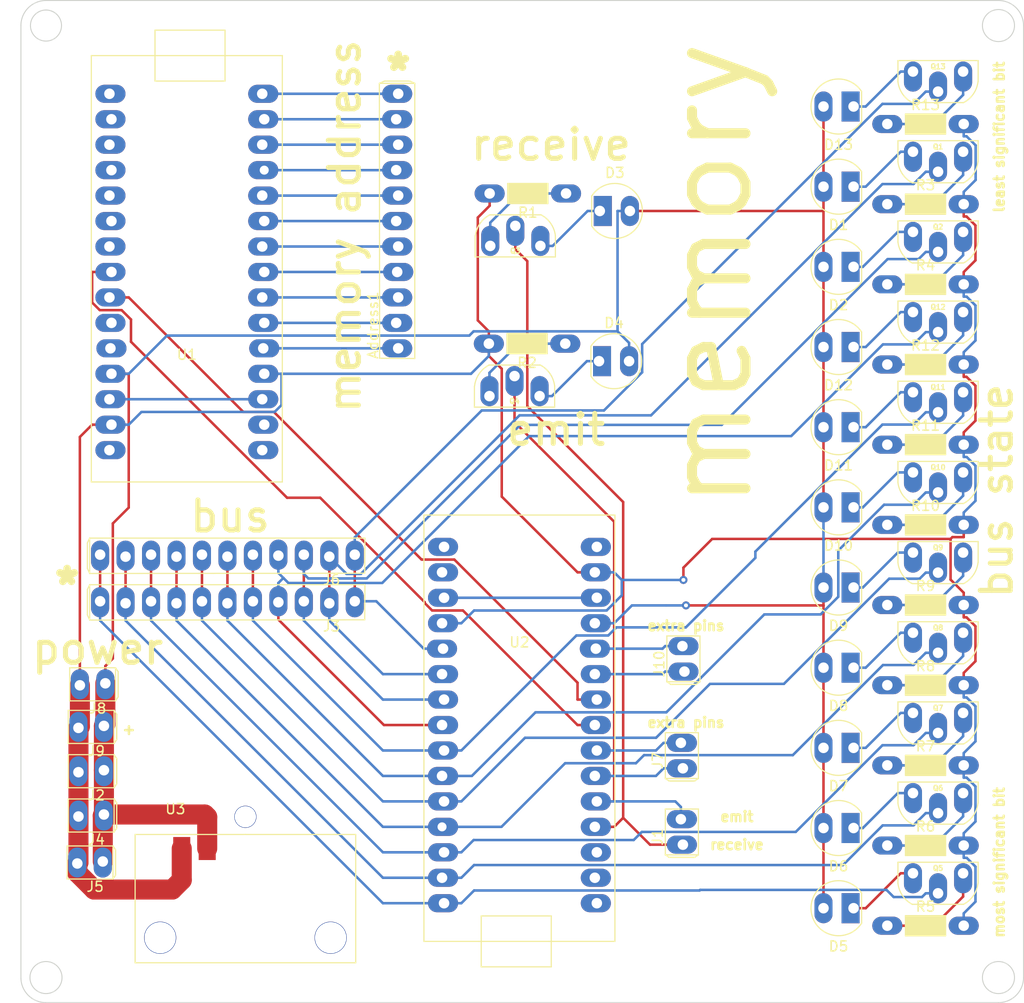
<source format=kicad_pcb>
(kicad_pcb (version 20171130) (host pcbnew 5.1.5+dfsg1-2build2)

  (general
    (thickness 1.6)
    (drawings 28)
    (tracks 443)
    (zones 0)
    (modules 53)
    (nets 61)
  )

  (page A4)
  (layers
    (0 F.Cu signal)
    (31 B.Cu signal)
    (32 B.Adhes user)
    (33 F.Adhes user)
    (34 B.Paste user)
    (35 F.Paste user)
    (36 B.SilkS user)
    (37 F.SilkS user)
    (38 B.Mask user)
    (39 F.Mask user)
    (40 Dwgs.User user)
    (41 Cmts.User user)
    (42 Eco1.User user)
    (43 Eco2.User user)
    (44 Edge.Cuts user)
    (45 Margin user)
    (46 B.CrtYd user)
    (47 F.CrtYd user)
    (48 B.Fab user)
    (49 F.Fab user)
  )

  (setup
    (last_trace_width 0.25)
    (user_trace_width 1)
    (user_trace_width 2)
    (trace_clearance 0.2)
    (zone_clearance 0.508)
    (zone_45_only no)
    (trace_min 0.2)
    (via_size 0.8)
    (via_drill 0.4)
    (via_min_size 0.4)
    (via_min_drill 0.3)
    (uvia_size 0.3)
    (uvia_drill 0.1)
    (uvias_allowed no)
    (uvia_min_size 0.2)
    (uvia_min_drill 0.1)
    (edge_width 0.1)
    (segment_width 0.2)
    (pcb_text_width 0.3)
    (pcb_text_size 1.5 1.5)
    (mod_edge_width 0.15)
    (mod_text_size 1 1)
    (mod_text_width 0.15)
    (pad_size 1.8 3)
    (pad_drill 0.9)
    (pad_to_mask_clearance 0)
    (aux_axis_origin 0 0)
    (visible_elements FFFFFF7F)
    (pcbplotparams
      (layerselection 0x3ffff_ffffffff)
      (usegerberextensions false)
      (usegerberattributes false)
      (usegerberadvancedattributes false)
      (creategerberjobfile false)
      (excludeedgelayer true)
      (linewidth 0.100000)
      (plotframeref false)
      (viasonmask false)
      (mode 1)
      (useauxorigin false)
      (hpglpennumber 1)
      (hpglpenspeed 20)
      (hpglpendiameter 15.000000)
      (psnegative false)
      (psa4output false)
      (plotreference true)
      (plotvalue true)
      (plotinvisibletext false)
      (padsonsilk false)
      (subtractmaskfromsilk false)
      (outputformat 1)
      (mirror false)
      (drillshape 0)
      (scaleselection 1)
      (outputdirectory "manufacturing/memory"))
  )

  (net 0 "")
  (net 1 GND)
  (net 2 +5V)
  (net 3 "Net-(Q1-Pad1)")
  (net 4 "Net-(Q3-Pad1)")
  (net 5 "Net-(Q5-Pad1)")
  (net 6 "Net-(Q7-Pad1)")
  (net 7 "Net-(Q11-Pad1)")
  (net 8 "Net-(Q13-Pad1)")
  (net 9 "Net-(D1-Pad1)")
  (net 10 "Net-(D2-Pad1)")
  (net 11 "Net-(D3-Pad1)")
  (net 12 "Net-(D4-Pad1)")
  (net 13 "Net-(D5-Pad1)")
  (net 14 "Net-(D6-Pad1)")
  (net 15 "Net-(D7-Pad1)")
  (net 16 "Net-(Address1-Pad1)")
  (net 17 "Net-(Address1-Pad2)")
  (net 18 "Net-(Address1-Pad3)")
  (net 19 "Net-(Address1-Pad4)")
  (net 20 "Net-(Address1-Pad5)")
  (net 21 "Net-(Address1-Pad6)")
  (net 22 "Net-(Address1-Pad7)")
  (net 23 "Net-(Address1-Pad8)")
  (net 24 "Net-(Address1-Pad9)")
  (net 25 "Net-(Address1-Pad10)")
  (net 26 "Net-(Address1-Pad11)")
  (net 27 "Net-(D8-Pad1)")
  (net 28 "Net-(D9-Pad1)")
  (net 29 "Net-(D10-Pad1)")
  (net 30 "Net-(D11-Pad1)")
  (net 31 "Net-(D12-Pad1)")
  (net 32 "Net-(D13-Pad1)")
  (net 33 /sheet63DB2CAC/in)
  (net 34 /Sheet63DB05CB/in)
  (net 35 /sheet63DBD05A/in)
  (net 36 /sheet63DBD05B/in)
  (net 37 /sheet63DC1151/in)
  (net 38 /sheet63DC1152/in)
  (net 39 /sheet63DCF52A/in)
  (net 40 /sheet63DCF52B/in)
  (net 41 /sheet63DCF52C/in)
  (net 42 /sheet63DCF52D/in)
  (net 43 /sheet63DE894A/in)
  (net 44 /sheet63DE894B/in)
  (net 45 /sheet63DE894C/in)
  (net 46 "Net-(J7-Pad2)")
  (net 47 "Net-(J7-Pad1)")
  (net 48 "Net-(J10-Pad1)")
  (net 49 "Net-(J10-Pad2)")
  (net 50 "Net-(Q2-Pad1)")
  (net 51 "Net-(Q4-Pad1)")
  (net 52 "Net-(Q6-Pad1)")
  (net 53 "Net-(Q8-Pad1)")
  (net 54 "Net-(Q9-Pad1)")
  (net 55 "Net-(Q10-Pad1)")
  (net 56 "Net-(Q12-Pad1)")
  (net 57 "Net-(U1-PadRST)")
  (net 58 "Net-(U1-PadSCL)")
  (net 59 "Net-(U1-PadSDA)")
  (net 60 "Net-(U2-PadRST)")

  (net_class Default "This is the default net class."
    (clearance 0.2)
    (trace_width 0.25)
    (via_dia 0.8)
    (via_drill 0.4)
    (uvia_dia 0.3)
    (uvia_drill 0.1)
    (add_net +5V)
    (add_net /Sheet63DB05CB/in)
    (add_net /sheet63DB2CAC/in)
    (add_net /sheet63DBD05A/in)
    (add_net /sheet63DBD05B/in)
    (add_net /sheet63DC1151/in)
    (add_net /sheet63DC1152/in)
    (add_net /sheet63DCF52A/in)
    (add_net /sheet63DCF52B/in)
    (add_net /sheet63DCF52C/in)
    (add_net /sheet63DCF52D/in)
    (add_net /sheet63DE894A/in)
    (add_net /sheet63DE894B/in)
    (add_net /sheet63DE894C/in)
    (add_net GND)
    (add_net "Net-(Address1-Pad1)")
    (add_net "Net-(Address1-Pad10)")
    (add_net "Net-(Address1-Pad11)")
    (add_net "Net-(Address1-Pad2)")
    (add_net "Net-(Address1-Pad3)")
    (add_net "Net-(Address1-Pad4)")
    (add_net "Net-(Address1-Pad5)")
    (add_net "Net-(Address1-Pad6)")
    (add_net "Net-(Address1-Pad7)")
    (add_net "Net-(Address1-Pad8)")
    (add_net "Net-(Address1-Pad9)")
    (add_net "Net-(D1-Pad1)")
    (add_net "Net-(D10-Pad1)")
    (add_net "Net-(D11-Pad1)")
    (add_net "Net-(D12-Pad1)")
    (add_net "Net-(D13-Pad1)")
    (add_net "Net-(D2-Pad1)")
    (add_net "Net-(D3-Pad1)")
    (add_net "Net-(D4-Pad1)")
    (add_net "Net-(D5-Pad1)")
    (add_net "Net-(D6-Pad1)")
    (add_net "Net-(D7-Pad1)")
    (add_net "Net-(D8-Pad1)")
    (add_net "Net-(D9-Pad1)")
    (add_net "Net-(J10-Pad1)")
    (add_net "Net-(J10-Pad2)")
    (add_net "Net-(J7-Pad1)")
    (add_net "Net-(J7-Pad2)")
    (add_net "Net-(Q1-Pad1)")
    (add_net "Net-(Q10-Pad1)")
    (add_net "Net-(Q11-Pad1)")
    (add_net "Net-(Q12-Pad1)")
    (add_net "Net-(Q13-Pad1)")
    (add_net "Net-(Q2-Pad1)")
    (add_net "Net-(Q3-Pad1)")
    (add_net "Net-(Q4-Pad1)")
    (add_net "Net-(Q5-Pad1)")
    (add_net "Net-(Q6-Pad1)")
    (add_net "Net-(Q7-Pad1)")
    (add_net "Net-(Q8-Pad1)")
    (add_net "Net-(Q9-Pad1)")
    (add_net "Net-(U1-PadRST)")
    (add_net "Net-(U1-PadSCL)")
    (add_net "Net-(U1-PadSDA)")
    (add_net "Net-(U2-PadRST)")
  )

  (module processor2:11pin_tight (layer F.Cu) (tedit 63DFD1B5) (tstamp 63E30387)
    (at 95.912 74.93 90)
    (path /63CC7B5F)
    (fp_text reference Address1 (at 2.3114 -2.413 90) (layer F.SilkS)
      (effects (font (size 1 1) (thickness 0.15)))
    )
    (fp_text value Conn_01x11_Male (at 14.8336 -2.6924 90) (layer F.Fab)
      (effects (font (size 1 1) (thickness 0.15)))
    )
    (fp_line (start 26.67 -1.27) (end 26.4414 -1.778) (layer F.SilkS) (width 0.12))
    (fp_line (start 26.67 1.27) (end 26.4414 1.7526) (layer F.SilkS) (width 0.12))
    (fp_line (start 26.67 -1.27) (end 26.67 1.27) (layer F.SilkS) (width 0.12))
    (fp_line (start -1.016 1.7526) (end -0.9906 -1.7526) (layer F.SilkS) (width 0.12))
    (fp_line (start 26.4414 1.7526) (end -1.016 1.7526) (layer F.SilkS) (width 0.12))
    (fp_line (start 26.4414 -1.778) (end 26.4414 1.7526) (layer F.SilkS) (width 0.12))
    (fp_line (start -0.9906 -1.7526) (end 26.4414 -1.778) (layer F.SilkS) (width 0.12))
    (pad 11 thru_hole oval (at 25.4 0.1 90) (size 1.8 3) (drill 1.05 (offset 0 -0.1)) (layers *.Cu *.Mask)
      (net 26 "Net-(Address1-Pad11)"))
    (pad 10 thru_hole oval (at 22.86 -0.1 90) (size 1.8 3) (drill 1.05 (offset 0 0.1)) (layers *.Cu *.Mask)
      (net 25 "Net-(Address1-Pad10)"))
    (pad 9 thru_hole oval (at 20.32 0.1 90) (size 1.8 3) (drill 1.05 (offset 0 -0.1)) (layers *.Cu *.Mask)
      (net 24 "Net-(Address1-Pad9)"))
    (pad 8 thru_hole oval (at 17.78 -0.1 90) (size 1.8 3) (drill 1.05 (offset 0 0.1)) (layers *.Cu *.Mask)
      (net 23 "Net-(Address1-Pad8)"))
    (pad 7 thru_hole oval (at 15.24 0.1 90) (size 1.8 3) (drill 1.05 (offset 0 -0.1)) (layers *.Cu *.Mask)
      (net 22 "Net-(Address1-Pad7)"))
    (pad 6 thru_hole oval (at 12.7 -0.1 90) (size 1.8 3) (drill 1.05 (offset 0 0.1)) (layers *.Cu *.Mask)
      (net 21 "Net-(Address1-Pad6)"))
    (pad 5 thru_hole oval (at 10.16 0.1 90) (size 1.8 3) (drill 1.05 (offset 0 -0.1)) (layers *.Cu *.Mask)
      (net 20 "Net-(Address1-Pad5)"))
    (pad 4 thru_hole oval (at 7.62 0 90) (size 1.8 3) (drill 1.05 (offset 0 0.1)) (layers *.Cu *.Mask)
      (net 19 "Net-(Address1-Pad4)"))
    (pad 3 thru_hole oval (at 5.08 0.1 90) (size 1.8 3) (drill 1.05 (offset 0 -0.1)) (layers *.Cu *.Mask)
      (net 18 "Net-(Address1-Pad3)"))
    (pad 2 thru_hole oval (at 2.54 -0.1 90) (size 1.8 3) (drill 1.05 (offset 0 0.1)) (layers *.Cu *.Mask)
      (net 17 "Net-(Address1-Pad2)"))
    (pad 1 thru_hole oval (at 0 0.1 90) (size 1.8 3) (drill 1.05 (offset 0 -0.1)) (layers *.Cu *.Mask)
      (net 16 "Net-(Address1-Pad1)"))
  )

  (module processor2:led_5mm_tight (layer F.Cu) (tedit 63DFD358) (tstamp 63E3038F)
    (at 117.618 61.2239)
    (path /63DB05CC/63B9532C)
    (fp_text reference D3 (at 0 -3.81) (layer F.SilkS)
      (effects (font (size 1 1) (thickness 0.15)))
    )
    (fp_text value LED (at 0 3.81) (layer F.Fab)
      (effects (font (size 1 1) (thickness 0.15)))
    )
    (fp_line (start -2.305812 -1.49105) (end -2.3 1.5) (layer F.SilkS) (width 0.12))
    (fp_arc (start 0 0) (end -2.3 1.5) (angle -294) (layer F.SilkS) (width 0.12))
    (pad 2 thru_hole oval (at 1.5 0) (size 1.8 3) (drill 1.05) (layers *.Cu *.Mask)
      (net 2 +5V))
    (pad 1 thru_hole rect (at -1.5 0) (size 1.8 3) (drill 1.05 (offset 0.3 0)) (layers *.Cu *.Mask)
      (net 11 "Net-(D3-Pad1)"))
  )

  (module processor2:led_5mm_tight (layer F.Cu) (tedit 63DFD358) (tstamp 63E30397)
    (at 117.54 76.2119)
    (path /63DB2CAF/63B9532C)
    (fp_text reference D4 (at 0 -3.81) (layer F.SilkS)
      (effects (font (size 1 1) (thickness 0.15)))
    )
    (fp_text value LED (at 0 3.81) (layer F.Fab)
      (effects (font (size 1 1) (thickness 0.15)))
    )
    (fp_line (start -2.305812 -1.49105) (end -2.3 1.5) (layer F.SilkS) (width 0.12))
    (fp_arc (start 0 0) (end -2.3 1.5) (angle -294) (layer F.SilkS) (width 0.12))
    (pad 2 thru_hole oval (at 1.5 0) (size 1.8 3) (drill 1.05) (layers *.Cu *.Mask)
      (net 2 +5V))
    (pad 1 thru_hole rect (at -1.5 0) (size 1.8 3) (drill 1.05 (offset 0.3 0)) (layers *.Cu *.Mask)
      (net 12 "Net-(D4-Pad1)"))
  )

  (module processor2:led_5mm_tight (layer F.Cu) (tedit 63DFD358) (tstamp 63E3039F)
    (at 139.93 130.8 180)
    (path /63DBD05E/63B9532C)
    (fp_text reference D5 (at 0 -3.81) (layer F.SilkS)
      (effects (font (size 1 1) (thickness 0.15)))
    )
    (fp_text value LED (at 0 3.81) (layer F.Fab)
      (effects (font (size 1 1) (thickness 0.15)))
    )
    (fp_line (start -2.305812 -1.49105) (end -2.3 1.5) (layer F.SilkS) (width 0.12))
    (fp_arc (start 0 0) (end -2.3 1.5) (angle -294) (layer F.SilkS) (width 0.12))
    (pad 2 thru_hole oval (at 1.5 0 180) (size 1.8 3) (drill 1.05) (layers *.Cu *.Mask)
      (net 2 +5V))
    (pad 1 thru_hole rect (at -1.5 0 180) (size 1.8 3) (drill 1.05 (offset 0.3 0)) (layers *.Cu *.Mask)
      (net 13 "Net-(D5-Pad1)"))
  )

  (module processor2:led_5mm_tight (layer F.Cu) (tedit 63DFD358) (tstamp 63E303A7)
    (at 139.93 122.8 180)
    (path /63DBD061/63B9532C)
    (fp_text reference D6 (at 0 -3.81) (layer F.SilkS)
      (effects (font (size 1 1) (thickness 0.15)))
    )
    (fp_text value LED (at 0 3.81) (layer F.Fab)
      (effects (font (size 1 1) (thickness 0.15)))
    )
    (fp_line (start -2.305812 -1.49105) (end -2.3 1.5) (layer F.SilkS) (width 0.12))
    (fp_arc (start 0 0) (end -2.3 1.5) (angle -294) (layer F.SilkS) (width 0.12))
    (pad 2 thru_hole oval (at 1.5 0 180) (size 1.8 3) (drill 1.05) (layers *.Cu *.Mask)
      (net 2 +5V))
    (pad 1 thru_hole rect (at -1.5 0 180) (size 1.8 3) (drill 1.05 (offset 0.3 0)) (layers *.Cu *.Mask)
      (net 14 "Net-(D6-Pad1)"))
  )

  (module processor2:led_5mm_tight (layer F.Cu) (tedit 63DFD358) (tstamp 63E303AF)
    (at 139.93 114.8 180)
    (path /63DC1155/63B9532C)
    (fp_text reference D7 (at 0 -3.81) (layer F.SilkS)
      (effects (font (size 1 1) (thickness 0.15)))
    )
    (fp_text value LED (at 0 3.81) (layer F.Fab)
      (effects (font (size 1 1) (thickness 0.15)))
    )
    (fp_line (start -2.305812 -1.49105) (end -2.3 1.5) (layer F.SilkS) (width 0.12))
    (fp_arc (start 0 0) (end -2.3 1.5) (angle -294) (layer F.SilkS) (width 0.12))
    (pad 2 thru_hole oval (at 1.5 0 180) (size 1.8 3) (drill 1.05) (layers *.Cu *.Mask)
      (net 2 +5V))
    (pad 1 thru_hole rect (at -1.5 0 180) (size 1.8 3) (drill 1.05 (offset 0.3 0)) (layers *.Cu *.Mask)
      (net 15 "Net-(D7-Pad1)"))
  )

  (module processor2:led_5mm_tight (layer F.Cu) (tedit 63DFD358) (tstamp 63E303B7)
    (at 139.93 106.8 180)
    (path /63DC1158/63B9532C)
    (fp_text reference D8 (at 0 -3.81) (layer F.SilkS)
      (effects (font (size 1 1) (thickness 0.15)))
    )
    (fp_text value LED (at 0 3.81) (layer F.Fab)
      (effects (font (size 1 1) (thickness 0.15)))
    )
    (fp_line (start -2.305812 -1.49105) (end -2.3 1.5) (layer F.SilkS) (width 0.12))
    (fp_arc (start 0 0) (end -2.3 1.5) (angle -294) (layer F.SilkS) (width 0.12))
    (pad 2 thru_hole oval (at 1.5 0 180) (size 1.8 3) (drill 1.05) (layers *.Cu *.Mask)
      (net 2 +5V))
    (pad 1 thru_hole rect (at -1.5 0 180) (size 1.8 3) (drill 1.05 (offset 0.3 0)) (layers *.Cu *.Mask)
      (net 27 "Net-(D8-Pad1)"))
  )

  (module processor2:led_5mm_tight (layer F.Cu) (tedit 63DFD358) (tstamp 63E303BF)
    (at 139.93 98.8001 180)
    (path /63DCF530/63B9532C)
    (fp_text reference D9 (at 0 -3.81) (layer F.SilkS)
      (effects (font (size 1 1) (thickness 0.15)))
    )
    (fp_text value LED (at 0 3.81) (layer F.Fab)
      (effects (font (size 1 1) (thickness 0.15)))
    )
    (fp_line (start -2.305812 -1.49105) (end -2.3 1.5) (layer F.SilkS) (width 0.12))
    (fp_arc (start 0 0) (end -2.3 1.5) (angle -294) (layer F.SilkS) (width 0.12))
    (pad 2 thru_hole oval (at 1.5 0 180) (size 1.8 3) (drill 1.05) (layers *.Cu *.Mask)
      (net 2 +5V))
    (pad 1 thru_hole rect (at -1.5 0 180) (size 1.8 3) (drill 1.05 (offset 0.3 0)) (layers *.Cu *.Mask)
      (net 28 "Net-(D9-Pad1)"))
  )

  (module processor2:led_5mm_tight (layer F.Cu) (tedit 63DFD358) (tstamp 63E303C7)
    (at 139.93 90.8001 180)
    (path /63DCF533/63B9532C)
    (fp_text reference D10 (at 0 -3.81) (layer F.SilkS)
      (effects (font (size 1 1) (thickness 0.15)))
    )
    (fp_text value LED (at 0 3.81) (layer F.Fab)
      (effects (font (size 1 1) (thickness 0.15)))
    )
    (fp_line (start -2.305812 -1.49105) (end -2.3 1.5) (layer F.SilkS) (width 0.12))
    (fp_arc (start 0 0) (end -2.3 1.5) (angle -294) (layer F.SilkS) (width 0.12))
    (pad 2 thru_hole oval (at 1.5 0 180) (size 1.8 3) (drill 1.05) (layers *.Cu *.Mask)
      (net 2 +5V))
    (pad 1 thru_hole rect (at -1.5 0 180) (size 1.8 3) (drill 1.05 (offset 0.3 0)) (layers *.Cu *.Mask)
      (net 29 "Net-(D10-Pad1)"))
  )

  (module processor2:led_5mm_tight (layer F.Cu) (tedit 63DFD358) (tstamp 63E303CF)
    (at 139.93 82.8001 180)
    (path /63DCF536/63B9532C)
    (fp_text reference D11 (at 0 -3.81) (layer F.SilkS)
      (effects (font (size 1 1) (thickness 0.15)))
    )
    (fp_text value LED (at 0 3.81) (layer F.Fab)
      (effects (font (size 1 1) (thickness 0.15)))
    )
    (fp_line (start -2.305812 -1.49105) (end -2.3 1.5) (layer F.SilkS) (width 0.12))
    (fp_arc (start 0 0) (end -2.3 1.5) (angle -294) (layer F.SilkS) (width 0.12))
    (pad 2 thru_hole oval (at 1.5 0 180) (size 1.8 3) (drill 1.05) (layers *.Cu *.Mask)
      (net 2 +5V))
    (pad 1 thru_hole rect (at -1.5 0 180) (size 1.8 3) (drill 1.05 (offset 0.3 0)) (layers *.Cu *.Mask)
      (net 30 "Net-(D11-Pad1)"))
  )

  (module processor2:led_5mm_tight (layer F.Cu) (tedit 63DFD358) (tstamp 63E303D7)
    (at 139.93 74.8001 180)
    (path /63DCF539/63B9532C)
    (fp_text reference D12 (at 0 -3.81) (layer F.SilkS)
      (effects (font (size 1 1) (thickness 0.15)))
    )
    (fp_text value LED (at 0 3.81) (layer F.Fab)
      (effects (font (size 1 1) (thickness 0.15)))
    )
    (fp_line (start -2.305812 -1.49105) (end -2.3 1.5) (layer F.SilkS) (width 0.12))
    (fp_arc (start 0 0) (end -2.3 1.5) (angle -294) (layer F.SilkS) (width 0.12))
    (pad 2 thru_hole oval (at 1.5 0 180) (size 1.8 3) (drill 1.05) (layers *.Cu *.Mask)
      (net 2 +5V))
    (pad 1 thru_hole rect (at -1.5 0 180) (size 1.8 3) (drill 1.05 (offset 0.3 0)) (layers *.Cu *.Mask)
      (net 31 "Net-(D12-Pad1)"))
  )

  (module processor2:led_5mm_tight (layer F.Cu) (tedit 63DFD358) (tstamp 63E303DF)
    (at 139.93 66.8001 180)
    (path /63DE8950/63B9532C)
    (fp_text reference D2 (at 0 -3.81) (layer F.SilkS)
      (effects (font (size 1 1) (thickness 0.15)))
    )
    (fp_text value LED (at 0 3.81) (layer F.Fab)
      (effects (font (size 1 1) (thickness 0.15)))
    )
    (fp_line (start -2.305812 -1.49105) (end -2.3 1.5) (layer F.SilkS) (width 0.12))
    (fp_arc (start 0 0) (end -2.3 1.5) (angle -294) (layer F.SilkS) (width 0.12))
    (pad 2 thru_hole oval (at 1.5 0 180) (size 1.8 3) (drill 1.05) (layers *.Cu *.Mask)
      (net 2 +5V))
    (pad 1 thru_hole rect (at -1.5 0 180) (size 1.8 3) (drill 1.05 (offset 0.3 0)) (layers *.Cu *.Mask)
      (net 10 "Net-(D2-Pad1)"))
  )

  (module processor2:led_5mm_tight (layer F.Cu) (tedit 63DFD358) (tstamp 63E303E7)
    (at 139.93 58.8001 180)
    (path /63DE8953/63B9532C)
    (fp_text reference D1 (at 0 -3.81) (layer F.SilkS)
      (effects (font (size 1 1) (thickness 0.15)))
    )
    (fp_text value LED (at 0 3.81) (layer F.Fab)
      (effects (font (size 1 1) (thickness 0.15)))
    )
    (fp_line (start -2.305812 -1.49105) (end -2.3 1.5) (layer F.SilkS) (width 0.12))
    (fp_arc (start 0 0) (end -2.3 1.5) (angle -294) (layer F.SilkS) (width 0.12))
    (pad 2 thru_hole oval (at 1.5 0 180) (size 1.8 3) (drill 1.05) (layers *.Cu *.Mask)
      (net 2 +5V))
    (pad 1 thru_hole rect (at -1.5 0 180) (size 1.8 3) (drill 1.05 (offset 0.3 0)) (layers *.Cu *.Mask)
      (net 9 "Net-(D1-Pad1)"))
  )

  (module processor2:led_5mm_tight (layer F.Cu) (tedit 63DFD358) (tstamp 63E303EF)
    (at 139.93 50.8001 180)
    (path /63DE8956/63B9532C)
    (fp_text reference D13 (at 0 -3.81) (layer F.SilkS)
      (effects (font (size 1 1) (thickness 0.15)))
    )
    (fp_text value LED (at 0 3.81) (layer F.Fab)
      (effects (font (size 1 1) (thickness 0.15)))
    )
    (fp_line (start -2.305812 -1.49105) (end -2.3 1.5) (layer F.SilkS) (width 0.12))
    (fp_arc (start 0 0) (end -2.3 1.5) (angle -294) (layer F.SilkS) (width 0.12))
    (pad 2 thru_hole oval (at 1.5 0 180) (size 1.8 3) (drill 1.05) (layers *.Cu *.Mask)
      (net 2 +5V))
    (pad 1 thru_hole rect (at -1.5 0 180) (size 1.8 3) (drill 1.05 (offset 0.3 0)) (layers *.Cu *.Mask)
      (net 32 "Net-(D13-Pad1)"))
  )

  (module processor2:2pin_tight (layer F.Cu) (tedit 63DFD11D) (tstamp 63E303FD)
    (at 124.306 124.46 270)
    (path /63D8A27F)
    (fp_text reference J1 (at -0.762 2.413 90) (layer F.SilkS)
      (effects (font (size 1 1) (thickness 0.15)))
    )
    (fp_text value Conn_01x02_Male (at -1.016 -2.54 90) (layer F.Fab)
      (effects (font (size 1 1) (thickness 0.15)))
    )
    (fp_line (start 1.27 -1.27) (end 1.016 -1.651) (layer F.SilkS) (width 0.12))
    (fp_line (start 1.27 1.27) (end 1.27 -1.27) (layer F.SilkS) (width 0.12))
    (fp_line (start 1.016 1.651) (end 1.27 1.27) (layer F.SilkS) (width 0.12))
    (fp_line (start 1.27 -1.27) (end 1.27 1.27) (layer F.SilkS) (width 0.12))
    (fp_line (start -3.556 1.651) (end -3.556 -1.651) (layer F.SilkS) (width 0.12))
    (fp_line (start 1.016 1.651) (end -3.556 1.651) (layer F.SilkS) (width 0.12))
    (fp_line (start 1.016 -1.651) (end 1.016 1.651) (layer F.SilkS) (width 0.12))
    (fp_line (start -3.556 -1.651) (end 1.016 -1.651) (layer F.SilkS) (width 0.12))
    (pad 2 thru_hole oval (at -2.54 0.1 270) (size 1.8 3) (drill 1.05 (offset 0 -0.1)) (layers *.Cu *.Mask)
      (net 33 /sheet63DB2CAC/in))
    (pad 1 thru_hole oval (at 0 -0.1 270) (size 1.8 3) (drill 1.05 (offset 0 0.1)) (layers *.Cu *.Mask)
      (net 34 /Sheet63DB05CB/in))
  )

  (module processor2:2pin_tight (layer F.Cu) (tedit 63DFD11D) (tstamp 63E3040B)
    (at 66.66 117.129)
    (path /63D495D8)
    (fp_text reference J2 (at -0.762 2.413) (layer F.SilkS)
      (effects (font (size 1 1) (thickness 0.15)))
    )
    (fp_text value Conn_01x02_Male (at -1.016 -2.54) (layer F.Fab)
      (effects (font (size 1 1) (thickness 0.15)))
    )
    (fp_line (start 1.27 -1.27) (end 1.016 -1.651) (layer F.SilkS) (width 0.12))
    (fp_line (start 1.27 1.27) (end 1.27 -1.27) (layer F.SilkS) (width 0.12))
    (fp_line (start 1.016 1.651) (end 1.27 1.27) (layer F.SilkS) (width 0.12))
    (fp_line (start 1.27 -1.27) (end 1.27 1.27) (layer F.SilkS) (width 0.12))
    (fp_line (start -3.556 1.651) (end -3.556 -1.651) (layer F.SilkS) (width 0.12))
    (fp_line (start 1.016 1.651) (end -3.556 1.651) (layer F.SilkS) (width 0.12))
    (fp_line (start 1.016 -1.651) (end 1.016 1.651) (layer F.SilkS) (width 0.12))
    (fp_line (start -3.556 -1.651) (end 1.016 -1.651) (layer F.SilkS) (width 0.12))
    (pad 2 thru_hole oval (at -2.54 0.1) (size 1.8 3) (drill 1.05 (offset 0 -0.1)) (layers *.Cu *.Mask)
      (net 1 GND))
    (pad 1 thru_hole oval (at 0 -0.1) (size 1.8 3) (drill 1.05 (offset 0 0.1)) (layers *.Cu *.Mask)
      (net 2 +5V))
  )

  (module processor2:11pin_tight (layer F.Cu) (tedit 63DFD1B5) (tstamp 63E30421)
    (at 91.68 100.27 180)
    (path /63D58930)
    (fp_text reference J3 (at 2.3114 -2.413) (layer F.SilkS)
      (effects (font (size 1 1) (thickness 0.15)))
    )
    (fp_text value Conn_01x11_Male (at 14.8336 -2.6924) (layer F.Fab)
      (effects (font (size 1 1) (thickness 0.15)))
    )
    (fp_line (start 26.67 -1.27) (end 26.4414 -1.778) (layer F.SilkS) (width 0.12))
    (fp_line (start 26.67 1.27) (end 26.4414 1.7526) (layer F.SilkS) (width 0.12))
    (fp_line (start 26.67 -1.27) (end 26.67 1.27) (layer F.SilkS) (width 0.12))
    (fp_line (start -1.016 1.7526) (end -0.9906 -1.7526) (layer F.SilkS) (width 0.12))
    (fp_line (start 26.4414 1.7526) (end -1.016 1.7526) (layer F.SilkS) (width 0.12))
    (fp_line (start 26.4414 -1.778) (end 26.4414 1.7526) (layer F.SilkS) (width 0.12))
    (fp_line (start -0.9906 -1.7526) (end 26.4414 -1.778) (layer F.SilkS) (width 0.12))
    (pad 11 thru_hole oval (at 25.4 0.1 180) (size 1.8 3) (drill 1.05 (offset 0 -0.1)) (layers *.Cu *.Mask)
      (net 35 /sheet63DBD05A/in))
    (pad 10 thru_hole oval (at 22.86 -0.1 180) (size 1.8 3) (drill 1.05 (offset 0 0.1)) (layers *.Cu *.Mask)
      (net 36 /sheet63DBD05B/in))
    (pad 9 thru_hole oval (at 20.32 0.1 180) (size 1.8 3) (drill 1.05 (offset 0 -0.1)) (layers *.Cu *.Mask)
      (net 37 /sheet63DC1151/in))
    (pad 8 thru_hole oval (at 17.78 -0.1 180) (size 1.8 3) (drill 1.05 (offset 0 0.1)) (layers *.Cu *.Mask)
      (net 38 /sheet63DC1152/in))
    (pad 7 thru_hole oval (at 15.24 0.1 180) (size 1.8 3) (drill 1.05 (offset 0 -0.1)) (layers *.Cu *.Mask)
      (net 39 /sheet63DCF52A/in))
    (pad 6 thru_hole oval (at 12.7 -0.1 180) (size 1.8 3) (drill 1.05 (offset 0 0.1)) (layers *.Cu *.Mask)
      (net 40 /sheet63DCF52B/in))
    (pad 5 thru_hole oval (at 10.16 0.1 180) (size 1.8 3) (drill 1.05 (offset 0 -0.1)) (layers *.Cu *.Mask)
      (net 41 /sheet63DCF52C/in))
    (pad 4 thru_hole oval (at 7.62 0 180) (size 1.8 3) (drill 1.05 (offset 0 0.1)) (layers *.Cu *.Mask)
      (net 42 /sheet63DCF52D/in))
    (pad 3 thru_hole oval (at 5.08 0.1 180) (size 1.8 3) (drill 1.05 (offset 0 -0.1)) (layers *.Cu *.Mask)
      (net 43 /sheet63DE894A/in))
    (pad 2 thru_hole oval (at 2.54 -0.1 180) (size 1.8 3) (drill 1.05 (offset 0 0.1)) (layers *.Cu *.Mask)
      (net 44 /sheet63DE894B/in))
    (pad 1 thru_hole oval (at 0 0.1 180) (size 1.8 3) (drill 1.05 (offset 0 -0.1)) (layers *.Cu *.Mask)
      (net 45 /sheet63DE894C/in))
  )

  (module processor2:2pin_tight (layer F.Cu) (tedit 63DFD11D) (tstamp 63E3042F)
    (at 66.66 121.549)
    (path /63D99866)
    (fp_text reference J4 (at -0.762 2.413) (layer F.SilkS)
      (effects (font (size 1 1) (thickness 0.15)))
    )
    (fp_text value Conn_01x02_Male (at -1.016 -2.54) (layer F.Fab)
      (effects (font (size 1 1) (thickness 0.15)))
    )
    (fp_line (start 1.27 -1.27) (end 1.016 -1.651) (layer F.SilkS) (width 0.12))
    (fp_line (start 1.27 1.27) (end 1.27 -1.27) (layer F.SilkS) (width 0.12))
    (fp_line (start 1.016 1.651) (end 1.27 1.27) (layer F.SilkS) (width 0.12))
    (fp_line (start 1.27 -1.27) (end 1.27 1.27) (layer F.SilkS) (width 0.12))
    (fp_line (start -3.556 1.651) (end -3.556 -1.651) (layer F.SilkS) (width 0.12))
    (fp_line (start 1.016 1.651) (end -3.556 1.651) (layer F.SilkS) (width 0.12))
    (fp_line (start 1.016 -1.651) (end 1.016 1.651) (layer F.SilkS) (width 0.12))
    (fp_line (start -3.556 -1.651) (end 1.016 -1.651) (layer F.SilkS) (width 0.12))
    (pad 2 thru_hole oval (at -2.54 0.1) (size 1.8 3) (drill 1.05 (offset 0 -0.1)) (layers *.Cu *.Mask)
      (net 1 GND))
    (pad 1 thru_hole oval (at 0 -0.1) (size 1.8 3) (drill 1.05 (offset 0 0.1)) (layers *.Cu *.Mask)
      (net 2 +5V))
  )

  (module processor2:2pin_tight (layer F.Cu) (tedit 63DFD11D) (tstamp 63E3043D)
    (at 66.548 126.238)
    (path /63D9BB5E)
    (fp_text reference J5 (at -0.762 2.413) (layer F.SilkS)
      (effects (font (size 1 1) (thickness 0.15)))
    )
    (fp_text value Conn_01x02_Male (at -1.016 -2.54) (layer F.Fab)
      (effects (font (size 1 1) (thickness 0.15)))
    )
    (fp_line (start 1.27 -1.27) (end 1.016 -1.651) (layer F.SilkS) (width 0.12))
    (fp_line (start 1.27 1.27) (end 1.27 -1.27) (layer F.SilkS) (width 0.12))
    (fp_line (start 1.016 1.651) (end 1.27 1.27) (layer F.SilkS) (width 0.12))
    (fp_line (start 1.27 -1.27) (end 1.27 1.27) (layer F.SilkS) (width 0.12))
    (fp_line (start -3.556 1.651) (end -3.556 -1.651) (layer F.SilkS) (width 0.12))
    (fp_line (start 1.016 1.651) (end -3.556 1.651) (layer F.SilkS) (width 0.12))
    (fp_line (start 1.016 -1.651) (end 1.016 1.651) (layer F.SilkS) (width 0.12))
    (fp_line (start -3.556 -1.651) (end 1.016 -1.651) (layer F.SilkS) (width 0.12))
    (pad 2 thru_hole oval (at -2.54 0.1) (size 1.8 3) (drill 1.05 (offset 0 -0.1)) (layers *.Cu *.Mask)
      (net 1 GND))
    (pad 1 thru_hole oval (at 0 -0.1) (size 1.8 3) (drill 1.05 (offset 0 0.1)) (layers *.Cu *.Mask)
      (net 2 +5V))
  )

  (module processor2:11pin_tight (layer F.Cu) (tedit 63DFD1B5) (tstamp 63E30453)
    (at 91.68 95.62 180)
    (path /63D58936)
    (fp_text reference J6 (at 2.3114 -2.413) (layer F.SilkS)
      (effects (font (size 1 1) (thickness 0.15)))
    )
    (fp_text value Conn_01x11_Male (at 14.8336 -2.6924) (layer F.Fab)
      (effects (font (size 1 1) (thickness 0.15)))
    )
    (fp_line (start 26.67 -1.27) (end 26.4414 -1.778) (layer F.SilkS) (width 0.12))
    (fp_line (start 26.67 1.27) (end 26.4414 1.7526) (layer F.SilkS) (width 0.12))
    (fp_line (start 26.67 -1.27) (end 26.67 1.27) (layer F.SilkS) (width 0.12))
    (fp_line (start -1.016 1.7526) (end -0.9906 -1.7526) (layer F.SilkS) (width 0.12))
    (fp_line (start 26.4414 1.7526) (end -1.016 1.7526) (layer F.SilkS) (width 0.12))
    (fp_line (start 26.4414 -1.778) (end 26.4414 1.7526) (layer F.SilkS) (width 0.12))
    (fp_line (start -0.9906 -1.7526) (end 26.4414 -1.778) (layer F.SilkS) (width 0.12))
    (pad 11 thru_hole oval (at 25.4 0.1 180) (size 1.8 3) (drill 1.05 (offset 0 -0.1)) (layers *.Cu *.Mask)
      (net 35 /sheet63DBD05A/in))
    (pad 10 thru_hole oval (at 22.86 -0.1 180) (size 1.8 3) (drill 1.05 (offset 0 0.1)) (layers *.Cu *.Mask)
      (net 36 /sheet63DBD05B/in))
    (pad 9 thru_hole oval (at 20.32 0.1 180) (size 1.8 3) (drill 1.05 (offset 0 -0.1)) (layers *.Cu *.Mask)
      (net 37 /sheet63DC1151/in))
    (pad 8 thru_hole oval (at 17.78 -0.1 180) (size 1.8 3) (drill 1.05 (offset 0 0.1)) (layers *.Cu *.Mask)
      (net 38 /sheet63DC1152/in))
    (pad 7 thru_hole oval (at 15.24 0.1 180) (size 1.8 3) (drill 1.05 (offset 0 -0.1)) (layers *.Cu *.Mask)
      (net 39 /sheet63DCF52A/in))
    (pad 6 thru_hole oval (at 12.7 -0.1 180) (size 1.8 3) (drill 1.05 (offset 0 0.1)) (layers *.Cu *.Mask)
      (net 40 /sheet63DCF52B/in))
    (pad 5 thru_hole oval (at 10.16 0.1 180) (size 1.8 3) (drill 1.05 (offset 0 -0.1)) (layers *.Cu *.Mask)
      (net 41 /sheet63DCF52C/in))
    (pad 4 thru_hole oval (at 7.62 0 180) (size 1.8 3) (drill 1.05 (offset 0 0.1)) (layers *.Cu *.Mask)
      (net 42 /sheet63DCF52D/in))
    (pad 3 thru_hole oval (at 5.08 0.1 180) (size 1.8 3) (drill 1.05 (offset 0 -0.1)) (layers *.Cu *.Mask)
      (net 43 /sheet63DE894A/in))
    (pad 2 thru_hole oval (at 2.54 -0.1 180) (size 1.8 3) (drill 1.05 (offset 0 0.1)) (layers *.Cu *.Mask)
      (net 44 /sheet63DE894B/in))
    (pad 1 thru_hole oval (at 0 0.1 180) (size 1.8 3) (drill 1.05 (offset 0 -0.1)) (layers *.Cu *.Mask)
      (net 45 /sheet63DE894C/in))
  )

  (module processor2:2pin_tight (layer F.Cu) (tedit 63DFD11D) (tstamp 63E30461)
    (at 124.306 116.84 270)
    (path /63E009CF)
    (fp_text reference J7 (at -0.762 2.413 90) (layer F.SilkS)
      (effects (font (size 1 1) (thickness 0.15)))
    )
    (fp_text value emergency_pins_1 (at -1.016 -2.54 90) (layer F.Fab)
      (effects (font (size 1 1) (thickness 0.15)))
    )
    (fp_line (start 1.27 -1.27) (end 1.016 -1.651) (layer F.SilkS) (width 0.12))
    (fp_line (start 1.27 1.27) (end 1.27 -1.27) (layer F.SilkS) (width 0.12))
    (fp_line (start 1.016 1.651) (end 1.27 1.27) (layer F.SilkS) (width 0.12))
    (fp_line (start 1.27 -1.27) (end 1.27 1.27) (layer F.SilkS) (width 0.12))
    (fp_line (start -3.556 1.651) (end -3.556 -1.651) (layer F.SilkS) (width 0.12))
    (fp_line (start 1.016 1.651) (end -3.556 1.651) (layer F.SilkS) (width 0.12))
    (fp_line (start 1.016 -1.651) (end 1.016 1.651) (layer F.SilkS) (width 0.12))
    (fp_line (start -3.556 -1.651) (end 1.016 -1.651) (layer F.SilkS) (width 0.12))
    (pad 2 thru_hole oval (at -2.54 0.1 270) (size 1.8 3) (drill 1.05 (offset 0 -0.1)) (layers *.Cu *.Mask)
      (net 46 "Net-(J7-Pad2)"))
    (pad 1 thru_hole oval (at 0 -0.1 270) (size 1.8 3) (drill 1.05 (offset 0 0.1)) (layers *.Cu *.Mask)
      (net 47 "Net-(J7-Pad1)"))
  )

  (module processor2:2pin_tight (layer F.Cu) (tedit 63DFD11D) (tstamp 63E3046F)
    (at 66.802 108.458)
    (path /63C2625D)
    (fp_text reference J8 (at -0.762 2.413) (layer F.SilkS)
      (effects (font (size 1 1) (thickness 0.15)))
    )
    (fp_text value Conn_01x02_Male (at -1.016 -2.54) (layer F.Fab)
      (effects (font (size 1 1) (thickness 0.15)))
    )
    (fp_line (start 1.27 -1.27) (end 1.016 -1.651) (layer F.SilkS) (width 0.12))
    (fp_line (start 1.27 1.27) (end 1.27 -1.27) (layer F.SilkS) (width 0.12))
    (fp_line (start 1.016 1.651) (end 1.27 1.27) (layer F.SilkS) (width 0.12))
    (fp_line (start 1.27 -1.27) (end 1.27 1.27) (layer F.SilkS) (width 0.12))
    (fp_line (start -3.556 1.651) (end -3.556 -1.651) (layer F.SilkS) (width 0.12))
    (fp_line (start 1.016 1.651) (end -3.556 1.651) (layer F.SilkS) (width 0.12))
    (fp_line (start 1.016 -1.651) (end 1.016 1.651) (layer F.SilkS) (width 0.12))
    (fp_line (start -3.556 -1.651) (end 1.016 -1.651) (layer F.SilkS) (width 0.12))
    (pad 2 thru_hole oval (at -2.54 0.1) (size 1.8 3) (drill 1.05 (offset 0 -0.1)) (layers *.Cu *.Mask)
      (net 1 GND))
    (pad 1 thru_hole oval (at 0 -0.1) (size 1.8 3) (drill 1.05 (offset 0 0.1)) (layers *.Cu *.Mask)
      (net 2 +5V))
  )

  (module processor2:2pin_tight (layer F.Cu) (tedit 63DFD11D) (tstamp 63E3047D)
    (at 66.66 112.709)
    (path /63C6403B)
    (fp_text reference J9 (at -0.762 2.413) (layer F.SilkS)
      (effects (font (size 1 1) (thickness 0.15)))
    )
    (fp_text value Conn_01x02_Male (at -1.016 -2.54) (layer F.Fab)
      (effects (font (size 1 1) (thickness 0.15)))
    )
    (fp_line (start 1.27 -1.27) (end 1.016 -1.651) (layer F.SilkS) (width 0.12))
    (fp_line (start 1.27 1.27) (end 1.27 -1.27) (layer F.SilkS) (width 0.12))
    (fp_line (start 1.016 1.651) (end 1.27 1.27) (layer F.SilkS) (width 0.12))
    (fp_line (start 1.27 -1.27) (end 1.27 1.27) (layer F.SilkS) (width 0.12))
    (fp_line (start -3.556 1.651) (end -3.556 -1.651) (layer F.SilkS) (width 0.12))
    (fp_line (start 1.016 1.651) (end -3.556 1.651) (layer F.SilkS) (width 0.12))
    (fp_line (start 1.016 -1.651) (end 1.016 1.651) (layer F.SilkS) (width 0.12))
    (fp_line (start -3.556 -1.651) (end 1.016 -1.651) (layer F.SilkS) (width 0.12))
    (pad 2 thru_hole oval (at -2.54 0.1) (size 1.8 3) (drill 1.05 (offset 0 -0.1)) (layers *.Cu *.Mask)
      (net 1 GND))
    (pad 1 thru_hole oval (at 0 -0.1) (size 1.8 3) (drill 1.05 (offset 0 0.1)) (layers *.Cu *.Mask)
      (net 2 +5V))
  )

  (module processor2:2pin_tight (layer F.Cu) (tedit 63DFD11D) (tstamp 63E3048B)
    (at 124.46 107.188 270)
    (path /63E0ADB7)
    (fp_text reference J10 (at -0.762 2.413 90) (layer F.SilkS)
      (effects (font (size 1 1) (thickness 0.15)))
    )
    (fp_text value emergency_pins_2 (at -1.016 -2.54 90) (layer F.Fab)
      (effects (font (size 1 1) (thickness 0.15)))
    )
    (fp_line (start 1.27 -1.27) (end 1.016 -1.651) (layer F.SilkS) (width 0.12))
    (fp_line (start 1.27 1.27) (end 1.27 -1.27) (layer F.SilkS) (width 0.12))
    (fp_line (start 1.016 1.651) (end 1.27 1.27) (layer F.SilkS) (width 0.12))
    (fp_line (start 1.27 -1.27) (end 1.27 1.27) (layer F.SilkS) (width 0.12))
    (fp_line (start -3.556 1.651) (end -3.556 -1.651) (layer F.SilkS) (width 0.12))
    (fp_line (start 1.016 1.651) (end -3.556 1.651) (layer F.SilkS) (width 0.12))
    (fp_line (start 1.016 -1.651) (end 1.016 1.651) (layer F.SilkS) (width 0.12))
    (fp_line (start -3.556 -1.651) (end 1.016 -1.651) (layer F.SilkS) (width 0.12))
    (pad 2 thru_hole oval (at -2.54 0.1 270) (size 1.8 3) (drill 1.05 (offset 0 -0.1)) (layers *.Cu *.Mask)
      (net 49 "Net-(J10-Pad2)"))
    (pad 1 thru_hole oval (at 0 -0.1 270) (size 1.8 3) (drill 1.05 (offset 0 0.1)) (layers *.Cu *.Mask)
      (net 48 "Net-(J10-Pad1)"))
  )

  (module processor2:2n7000_tight (layer F.Cu) (tedit 63DFD321) (tstamp 63E30498)
    (at 107.692 63.7115)
    (path /63DB05CC/63B9450E)
    (fp_text reference Q3 (at 0 1.5) (layer F.SilkS)
      (effects (font (size 0.5 0.5) (thickness 0.125)))
    )
    (fp_text value 2N7000 (at 0 -3.81) (layer F.Fab)
      (effects (font (size 1 1) (thickness 0.15)))
    )
    (fp_arc (start 1.3 0.3) (end 4 0) (angle -56.33591695) (layer F.SilkS) (width 0.12))
    (fp_arc (start -1.3 0.3) (end -2.539999 -2.099999) (angle -56.33592606) (layer F.SilkS) (width 0.12))
    (fp_line (start 4 2.1) (end -4 2.1) (layer F.SilkS) (width 0.12))
    (fp_line (start 4 0) (end 4 2.1) (layer F.SilkS) (width 0.12))
    (fp_line (start -2.54 -2.1) (end 2.54 -2.1) (layer F.SilkS) (width 0.12))
    (fp_line (start -4 2.1) (end -4 0) (layer F.SilkS) (width 0.12))
    (pad 3 thru_hole oval (at 2.5 1) (size 1.8 3) (drill 1.05 (offset 0 -0.5)) (layers *.Cu *.Mask)
      (net 11 "Net-(D3-Pad1)"))
    (pad 2 thru_hole oval (at 0 -1) (size 1.8 3) (drill 1.05 (offset 0 0.5)) (layers *.Cu *.Mask)
      (net 34 /Sheet63DB05CB/in))
    (pad 1 thru_hole oval (at -2.5 1) (size 1.8 3) (drill 1.05 (offset 0 -0.5)) (layers *.Cu *.Mask)
      (net 4 "Net-(Q3-Pad1)"))
  )

  (module processor2:2n7000_tight (layer F.Cu) (tedit 63DFD321) (tstamp 63E304A5)
    (at 107.614 78.6995)
    (path /63DB2CAF/63B9450E)
    (fp_text reference Q4 (at 0 1.5) (layer F.SilkS)
      (effects (font (size 0.5 0.5) (thickness 0.125)))
    )
    (fp_text value 2N7000 (at 0 -3.81) (layer F.Fab)
      (effects (font (size 1 1) (thickness 0.15)))
    )
    (fp_arc (start 1.3 0.3) (end 4 0) (angle -56.33591695) (layer F.SilkS) (width 0.12))
    (fp_arc (start -1.3 0.3) (end -2.539999 -2.099999) (angle -56.33592606) (layer F.SilkS) (width 0.12))
    (fp_line (start 4 2.1) (end -4 2.1) (layer F.SilkS) (width 0.12))
    (fp_line (start 4 0) (end 4 2.1) (layer F.SilkS) (width 0.12))
    (fp_line (start -2.54 -2.1) (end 2.54 -2.1) (layer F.SilkS) (width 0.12))
    (fp_line (start -4 2.1) (end -4 0) (layer F.SilkS) (width 0.12))
    (pad 3 thru_hole oval (at 2.5 1) (size 1.8 3) (drill 1.05 (offset 0 -0.5)) (layers *.Cu *.Mask)
      (net 12 "Net-(D4-Pad1)"))
    (pad 2 thru_hole oval (at 0 -1) (size 1.8 3) (drill 1.05 (offset 0 0.5)) (layers *.Cu *.Mask)
      (net 33 /sheet63DB2CAC/in))
    (pad 1 thru_hole oval (at -2.5 1) (size 1.8 3) (drill 1.05 (offset 0 -0.5)) (layers *.Cu *.Mask)
      (net 51 "Net-(Q4-Pad1)"))
  )

  (module processor2:2n7000_tight (layer F.Cu) (tedit 63DFD321) (tstamp 63E304B2)
    (at 149.856 128.312 180)
    (path /63DBD05E/63B9450E)
    (fp_text reference Q5 (at 0 1.5) (layer F.SilkS)
      (effects (font (size 0.5 0.5) (thickness 0.125)))
    )
    (fp_text value 2N7000 (at 0 -3.81) (layer F.Fab)
      (effects (font (size 1 1) (thickness 0.15)))
    )
    (fp_arc (start 1.3 0.3) (end 4 0) (angle -56.33591695) (layer F.SilkS) (width 0.12))
    (fp_arc (start -1.3 0.3) (end -2.539999 -2.099999) (angle -56.33592606) (layer F.SilkS) (width 0.12))
    (fp_line (start 4 2.1) (end -4 2.1) (layer F.SilkS) (width 0.12))
    (fp_line (start 4 0) (end 4 2.1) (layer F.SilkS) (width 0.12))
    (fp_line (start -2.54 -2.1) (end 2.54 -2.1) (layer F.SilkS) (width 0.12))
    (fp_line (start -4 2.1) (end -4 0) (layer F.SilkS) (width 0.12))
    (pad 3 thru_hole oval (at 2.5 1 180) (size 1.8 3) (drill 1.05 (offset 0 -0.5)) (layers *.Cu *.Mask)
      (net 13 "Net-(D5-Pad1)"))
    (pad 2 thru_hole oval (at 0 -1 180) (size 1.8 3) (drill 1.05 (offset 0 0.5)) (layers *.Cu *.Mask)
      (net 35 /sheet63DBD05A/in))
    (pad 1 thru_hole oval (at -2.5 1 180) (size 1.8 3) (drill 1.05 (offset 0 -0.5)) (layers *.Cu *.Mask)
      (net 5 "Net-(Q5-Pad1)"))
  )

  (module processor2:2n7000_tight (layer F.Cu) (tedit 63DFD321) (tstamp 63E304BF)
    (at 149.856 120.312 180)
    (path /63DBD061/63B9450E)
    (fp_text reference Q6 (at 0 1.5) (layer F.SilkS)
      (effects (font (size 0.5 0.5) (thickness 0.125)))
    )
    (fp_text value 2N7000 (at 0 -3.81) (layer F.Fab)
      (effects (font (size 1 1) (thickness 0.15)))
    )
    (fp_arc (start 1.3 0.3) (end 4 0) (angle -56.33591695) (layer F.SilkS) (width 0.12))
    (fp_arc (start -1.3 0.3) (end -2.539999 -2.099999) (angle -56.33592606) (layer F.SilkS) (width 0.12))
    (fp_line (start 4 2.1) (end -4 2.1) (layer F.SilkS) (width 0.12))
    (fp_line (start 4 0) (end 4 2.1) (layer F.SilkS) (width 0.12))
    (fp_line (start -2.54 -2.1) (end 2.54 -2.1) (layer F.SilkS) (width 0.12))
    (fp_line (start -4 2.1) (end -4 0) (layer F.SilkS) (width 0.12))
    (pad 3 thru_hole oval (at 2.5 1 180) (size 1.8 3) (drill 1.05 (offset 0 -0.5)) (layers *.Cu *.Mask)
      (net 14 "Net-(D6-Pad1)"))
    (pad 2 thru_hole oval (at 0 -1 180) (size 1.8 3) (drill 1.05 (offset 0 0.5)) (layers *.Cu *.Mask)
      (net 36 /sheet63DBD05B/in))
    (pad 1 thru_hole oval (at -2.5 1 180) (size 1.8 3) (drill 1.05 (offset 0 -0.5)) (layers *.Cu *.Mask)
      (net 52 "Net-(Q6-Pad1)"))
  )

  (module processor2:2n7000_tight (layer F.Cu) (tedit 63DFD321) (tstamp 63E304CC)
    (at 149.856 112.312 180)
    (path /63DC1155/63B9450E)
    (fp_text reference Q7 (at 0 1.5) (layer F.SilkS)
      (effects (font (size 0.5 0.5) (thickness 0.125)))
    )
    (fp_text value 2N7000 (at 0 -3.81) (layer F.Fab)
      (effects (font (size 1 1) (thickness 0.15)))
    )
    (fp_arc (start 1.3 0.3) (end 4 0) (angle -56.33591695) (layer F.SilkS) (width 0.12))
    (fp_arc (start -1.3 0.3) (end -2.539999 -2.099999) (angle -56.33592606) (layer F.SilkS) (width 0.12))
    (fp_line (start 4 2.1) (end -4 2.1) (layer F.SilkS) (width 0.12))
    (fp_line (start 4 0) (end 4 2.1) (layer F.SilkS) (width 0.12))
    (fp_line (start -2.54 -2.1) (end 2.54 -2.1) (layer F.SilkS) (width 0.12))
    (fp_line (start -4 2.1) (end -4 0) (layer F.SilkS) (width 0.12))
    (pad 3 thru_hole oval (at 2.5 1 180) (size 1.8 3) (drill 1.05 (offset 0 -0.5)) (layers *.Cu *.Mask)
      (net 15 "Net-(D7-Pad1)"))
    (pad 2 thru_hole oval (at 0 -1 180) (size 1.8 3) (drill 1.05 (offset 0 0.5)) (layers *.Cu *.Mask)
      (net 37 /sheet63DC1151/in))
    (pad 1 thru_hole oval (at -2.5 1 180) (size 1.8 3) (drill 1.05 (offset 0 -0.5)) (layers *.Cu *.Mask)
      (net 6 "Net-(Q7-Pad1)"))
  )

  (module processor2:2n7000_tight (layer F.Cu) (tedit 63DFD321) (tstamp 63E304D9)
    (at 149.856 104.312 180)
    (path /63DC1158/63B9450E)
    (fp_text reference Q8 (at 0 1.5) (layer F.SilkS)
      (effects (font (size 0.5 0.5) (thickness 0.125)))
    )
    (fp_text value 2N7000 (at 0 -3.81) (layer F.Fab)
      (effects (font (size 1 1) (thickness 0.15)))
    )
    (fp_arc (start 1.3 0.3) (end 4 0) (angle -56.33591695) (layer F.SilkS) (width 0.12))
    (fp_arc (start -1.3 0.3) (end -2.539999 -2.099999) (angle -56.33592606) (layer F.SilkS) (width 0.12))
    (fp_line (start 4 2.1) (end -4 2.1) (layer F.SilkS) (width 0.12))
    (fp_line (start 4 0) (end 4 2.1) (layer F.SilkS) (width 0.12))
    (fp_line (start -2.54 -2.1) (end 2.54 -2.1) (layer F.SilkS) (width 0.12))
    (fp_line (start -4 2.1) (end -4 0) (layer F.SilkS) (width 0.12))
    (pad 3 thru_hole oval (at 2.5 1 180) (size 1.8 3) (drill 1.05 (offset 0 -0.5)) (layers *.Cu *.Mask)
      (net 27 "Net-(D8-Pad1)"))
    (pad 2 thru_hole oval (at 0 -1 180) (size 1.8 3) (drill 1.05 (offset 0 0.5)) (layers *.Cu *.Mask)
      (net 38 /sheet63DC1152/in))
    (pad 1 thru_hole oval (at -2.5 1 180) (size 1.8 3) (drill 1.05 (offset 0 -0.5)) (layers *.Cu *.Mask)
      (net 53 "Net-(Q8-Pad1)"))
  )

  (module processor2:2n7000_tight (layer F.Cu) (tedit 63DFD321) (tstamp 63E304E6)
    (at 149.856 96.3125 180)
    (path /63DCF530/63B9450E)
    (fp_text reference Q9 (at 0 1.5) (layer F.SilkS)
      (effects (font (size 0.5 0.5) (thickness 0.125)))
    )
    (fp_text value 2N7000 (at 0 -3.81) (layer F.Fab)
      (effects (font (size 1 1) (thickness 0.15)))
    )
    (fp_arc (start 1.3 0.3) (end 4 0) (angle -56.33591695) (layer F.SilkS) (width 0.12))
    (fp_arc (start -1.3 0.3) (end -2.539999 -2.099999) (angle -56.33592606) (layer F.SilkS) (width 0.12))
    (fp_line (start 4 2.1) (end -4 2.1) (layer F.SilkS) (width 0.12))
    (fp_line (start 4 0) (end 4 2.1) (layer F.SilkS) (width 0.12))
    (fp_line (start -2.54 -2.1) (end 2.54 -2.1) (layer F.SilkS) (width 0.12))
    (fp_line (start -4 2.1) (end -4 0) (layer F.SilkS) (width 0.12))
    (pad 3 thru_hole oval (at 2.5 1 180) (size 1.8 3) (drill 1.05 (offset 0 -0.5)) (layers *.Cu *.Mask)
      (net 28 "Net-(D9-Pad1)"))
    (pad 2 thru_hole oval (at 0 -1 180) (size 1.8 3) (drill 1.05 (offset 0 0.5)) (layers *.Cu *.Mask)
      (net 39 /sheet63DCF52A/in))
    (pad 1 thru_hole oval (at -2.5 1 180) (size 1.8 3) (drill 1.05 (offset 0 -0.5)) (layers *.Cu *.Mask)
      (net 54 "Net-(Q9-Pad1)"))
  )

  (module processor2:2n7000_tight (layer F.Cu) (tedit 63DFD321) (tstamp 63E304F3)
    (at 149.856 88.3125 180)
    (path /63DCF533/63B9450E)
    (fp_text reference Q10 (at 0 1.5) (layer F.SilkS)
      (effects (font (size 0.5 0.5) (thickness 0.125)))
    )
    (fp_text value 2N7000 (at 0 -3.81) (layer F.Fab)
      (effects (font (size 1 1) (thickness 0.15)))
    )
    (fp_arc (start 1.3 0.3) (end 4 0) (angle -56.33591695) (layer F.SilkS) (width 0.12))
    (fp_arc (start -1.3 0.3) (end -2.539999 -2.099999) (angle -56.33592606) (layer F.SilkS) (width 0.12))
    (fp_line (start 4 2.1) (end -4 2.1) (layer F.SilkS) (width 0.12))
    (fp_line (start 4 0) (end 4 2.1) (layer F.SilkS) (width 0.12))
    (fp_line (start -2.54 -2.1) (end 2.54 -2.1) (layer F.SilkS) (width 0.12))
    (fp_line (start -4 2.1) (end -4 0) (layer F.SilkS) (width 0.12))
    (pad 3 thru_hole oval (at 2.5 1 180) (size 1.8 3) (drill 1.05 (offset 0 -0.5)) (layers *.Cu *.Mask)
      (net 29 "Net-(D10-Pad1)"))
    (pad 2 thru_hole oval (at 0 -1 180) (size 1.8 3) (drill 1.05 (offset 0 0.5)) (layers *.Cu *.Mask)
      (net 40 /sheet63DCF52B/in))
    (pad 1 thru_hole oval (at -2.5 1 180) (size 1.8 3) (drill 1.05 (offset 0 -0.5)) (layers *.Cu *.Mask)
      (net 55 "Net-(Q10-Pad1)"))
  )

  (module processor2:2n7000_tight (layer F.Cu) (tedit 63DFD321) (tstamp 63E30500)
    (at 149.856 80.3125 180)
    (path /63DCF536/63B9450E)
    (fp_text reference Q11 (at 0 1.5) (layer F.SilkS)
      (effects (font (size 0.5 0.5) (thickness 0.125)))
    )
    (fp_text value 2N7000 (at 0 -3.81) (layer F.Fab)
      (effects (font (size 1 1) (thickness 0.15)))
    )
    (fp_arc (start 1.3 0.3) (end 4 0) (angle -56.33591695) (layer F.SilkS) (width 0.12))
    (fp_arc (start -1.3 0.3) (end -2.539999 -2.099999) (angle -56.33592606) (layer F.SilkS) (width 0.12))
    (fp_line (start 4 2.1) (end -4 2.1) (layer F.SilkS) (width 0.12))
    (fp_line (start 4 0) (end 4 2.1) (layer F.SilkS) (width 0.12))
    (fp_line (start -2.54 -2.1) (end 2.54 -2.1) (layer F.SilkS) (width 0.12))
    (fp_line (start -4 2.1) (end -4 0) (layer F.SilkS) (width 0.12))
    (pad 3 thru_hole oval (at 2.5 1 180) (size 1.8 3) (drill 1.05 (offset 0 -0.5)) (layers *.Cu *.Mask)
      (net 30 "Net-(D11-Pad1)"))
    (pad 2 thru_hole oval (at 0 -1 180) (size 1.8 3) (drill 1.05 (offset 0 0.5)) (layers *.Cu *.Mask)
      (net 41 /sheet63DCF52C/in))
    (pad 1 thru_hole oval (at -2.5 1 180) (size 1.8 3) (drill 1.05 (offset 0 -0.5)) (layers *.Cu *.Mask)
      (net 7 "Net-(Q11-Pad1)"))
  )

  (module processor2:2n7000_tight (layer F.Cu) (tedit 63DFD321) (tstamp 63E3050D)
    (at 149.856 72.3125 180)
    (path /63DCF539/63B9450E)
    (fp_text reference Q12 (at 0 1.5) (layer F.SilkS)
      (effects (font (size 0.5 0.5) (thickness 0.125)))
    )
    (fp_text value 2N7000 (at 0 -3.81) (layer F.Fab)
      (effects (font (size 1 1) (thickness 0.15)))
    )
    (fp_arc (start 1.3 0.3) (end 4 0) (angle -56.33591695) (layer F.SilkS) (width 0.12))
    (fp_arc (start -1.3 0.3) (end -2.539999 -2.099999) (angle -56.33592606) (layer F.SilkS) (width 0.12))
    (fp_line (start 4 2.1) (end -4 2.1) (layer F.SilkS) (width 0.12))
    (fp_line (start 4 0) (end 4 2.1) (layer F.SilkS) (width 0.12))
    (fp_line (start -2.54 -2.1) (end 2.54 -2.1) (layer F.SilkS) (width 0.12))
    (fp_line (start -4 2.1) (end -4 0) (layer F.SilkS) (width 0.12))
    (pad 3 thru_hole oval (at 2.5 1 180) (size 1.8 3) (drill 1.05 (offset 0 -0.5)) (layers *.Cu *.Mask)
      (net 31 "Net-(D12-Pad1)"))
    (pad 2 thru_hole oval (at 0 -1 180) (size 1.8 3) (drill 1.05 (offset 0 0.5)) (layers *.Cu *.Mask)
      (net 42 /sheet63DCF52D/in))
    (pad 1 thru_hole oval (at -2.5 1 180) (size 1.8 3) (drill 1.05 (offset 0 -0.5)) (layers *.Cu *.Mask)
      (net 56 "Net-(Q12-Pad1)"))
  )

  (module processor2:2n7000_tight (layer F.Cu) (tedit 63DFD321) (tstamp 63E3051A)
    (at 149.856 64.3125 180)
    (path /63DE8950/63B9450E)
    (fp_text reference Q2 (at 0 1.5) (layer F.SilkS)
      (effects (font (size 0.5 0.5) (thickness 0.125)))
    )
    (fp_text value 2N7000 (at 0 -3.81) (layer F.Fab)
      (effects (font (size 1 1) (thickness 0.15)))
    )
    (fp_arc (start 1.3 0.3) (end 4 0) (angle -56.33591695) (layer F.SilkS) (width 0.12))
    (fp_arc (start -1.3 0.3) (end -2.539999 -2.099999) (angle -56.33592606) (layer F.SilkS) (width 0.12))
    (fp_line (start 4 2.1) (end -4 2.1) (layer F.SilkS) (width 0.12))
    (fp_line (start 4 0) (end 4 2.1) (layer F.SilkS) (width 0.12))
    (fp_line (start -2.54 -2.1) (end 2.54 -2.1) (layer F.SilkS) (width 0.12))
    (fp_line (start -4 2.1) (end -4 0) (layer F.SilkS) (width 0.12))
    (pad 3 thru_hole oval (at 2.5 1 180) (size 1.8 3) (drill 1.05 (offset 0 -0.5)) (layers *.Cu *.Mask)
      (net 10 "Net-(D2-Pad1)"))
    (pad 2 thru_hole oval (at 0 -1 180) (size 1.8 3) (drill 1.05 (offset 0 0.5)) (layers *.Cu *.Mask)
      (net 43 /sheet63DE894A/in))
    (pad 1 thru_hole oval (at -2.5 1 180) (size 1.8 3) (drill 1.05 (offset 0 -0.5)) (layers *.Cu *.Mask)
      (net 50 "Net-(Q2-Pad1)"))
  )

  (module processor2:2n7000_tight (layer F.Cu) (tedit 63DFD321) (tstamp 63E30527)
    (at 149.856 56.3125 180)
    (path /63DE8953/63B9450E)
    (fp_text reference Q1 (at 0 1.5) (layer F.SilkS)
      (effects (font (size 0.5 0.5) (thickness 0.125)))
    )
    (fp_text value 2N7000 (at 0 -3.81) (layer F.Fab)
      (effects (font (size 1 1) (thickness 0.15)))
    )
    (fp_arc (start 1.3 0.3) (end 4 0) (angle -56.33591695) (layer F.SilkS) (width 0.12))
    (fp_arc (start -1.3 0.3) (end -2.539999 -2.099999) (angle -56.33592606) (layer F.SilkS) (width 0.12))
    (fp_line (start 4 2.1) (end -4 2.1) (layer F.SilkS) (width 0.12))
    (fp_line (start 4 0) (end 4 2.1) (layer F.SilkS) (width 0.12))
    (fp_line (start -2.54 -2.1) (end 2.54 -2.1) (layer F.SilkS) (width 0.12))
    (fp_line (start -4 2.1) (end -4 0) (layer F.SilkS) (width 0.12))
    (pad 3 thru_hole oval (at 2.5 1 180) (size 1.8 3) (drill 1.05 (offset 0 -0.5)) (layers *.Cu *.Mask)
      (net 9 "Net-(D1-Pad1)"))
    (pad 2 thru_hole oval (at 0 -1 180) (size 1.8 3) (drill 1.05 (offset 0 0.5)) (layers *.Cu *.Mask)
      (net 44 /sheet63DE894B/in))
    (pad 1 thru_hole oval (at -2.5 1 180) (size 1.8 3) (drill 1.05 (offset 0 -0.5)) (layers *.Cu *.Mask)
      (net 3 "Net-(Q1-Pad1)"))
  )

  (module processor2:2n7000_tight (layer F.Cu) (tedit 63DFD321) (tstamp 63E30534)
    (at 149.856 48.3125 180)
    (path /63DE8956/63B9450E)
    (fp_text reference Q13 (at 0 1.5) (layer F.SilkS)
      (effects (font (size 0.5 0.5) (thickness 0.125)))
    )
    (fp_text value 2N7000 (at 0 -3.81) (layer F.Fab)
      (effects (font (size 1 1) (thickness 0.15)))
    )
    (fp_arc (start 1.3 0.3) (end 4 0) (angle -56.33591695) (layer F.SilkS) (width 0.12))
    (fp_arc (start -1.3 0.3) (end -2.539999 -2.099999) (angle -56.33592606) (layer F.SilkS) (width 0.12))
    (fp_line (start 4 2.1) (end -4 2.1) (layer F.SilkS) (width 0.12))
    (fp_line (start 4 0) (end 4 2.1) (layer F.SilkS) (width 0.12))
    (fp_line (start -2.54 -2.1) (end 2.54 -2.1) (layer F.SilkS) (width 0.12))
    (fp_line (start -4 2.1) (end -4 0) (layer F.SilkS) (width 0.12))
    (pad 3 thru_hole oval (at 2.5 1 180) (size 1.8 3) (drill 1.05 (offset 0 -0.5)) (layers *.Cu *.Mask)
      (net 32 "Net-(D13-Pad1)"))
    (pad 2 thru_hole oval (at 0 -1 180) (size 1.8 3) (drill 1.05 (offset 0 0.5)) (layers *.Cu *.Mask)
      (net 45 /sheet63DE894C/in))
    (pad 1 thru_hole oval (at -2.5 1 180) (size 1.8 3) (drill 1.05 (offset 0 -0.5)) (layers *.Cu *.Mask)
      (net 8 "Net-(Q13-Pad1)"))
  )

  (module processor2:resistor_led_tight (layer F.Cu) (tedit 63DFD368) (tstamp 63E3053F)
    (at 108.942 59.478)
    (path /63DB05CC/63B94B6A)
    (fp_text reference R1 (at 0 1.905) (layer F.SilkS)
      (effects (font (size 1 1) (thickness 0.15)))
    )
    (fp_text value R (at 0 -2.54) (layer F.Fab)
      (effects (font (size 1 1) (thickness 0.15)))
    )
    (fp_poly (pts (xy 2 1) (xy -2 1) (xy -2 -1) (xy 2 -1)) (layer F.SilkS) (width 0.1))
    (fp_line (start -2 1) (end -2 -1) (layer F.SilkS) (width 0.12))
    (fp_line (start 2 1) (end -2 1) (layer F.SilkS) (width 0.12))
    (fp_line (start 2 -1) (end 2 1) (layer F.SilkS) (width 0.12))
    (fp_line (start -2 -1) (end 2 -1) (layer F.SilkS) (width 0.12))
    (pad 2 thru_hole oval (at -3.81 0 90) (size 1.8 3) (drill 1.05) (layers *.Cu *.Mask)
      (net 1 GND))
    (pad 1 thru_hole oval (at 3.81 0 90) (size 1.8 3) (drill 1.05) (layers *.Cu *.Mask)
      (net 4 "Net-(Q3-Pad1)"))
  )

  (module processor2:resistor_led_tight (layer F.Cu) (tedit 63DFD368) (tstamp 63E3054A)
    (at 108.864 74.466)
    (path /63DB2CAF/63B94B6A)
    (fp_text reference R2 (at 0 1.905) (layer F.SilkS)
      (effects (font (size 1 1) (thickness 0.15)))
    )
    (fp_text value R (at 0 -2.54) (layer F.Fab)
      (effects (font (size 1 1) (thickness 0.15)))
    )
    (fp_poly (pts (xy 2 1) (xy -2 1) (xy -2 -1) (xy 2 -1)) (layer F.SilkS) (width 0.1))
    (fp_line (start -2 1) (end -2 -1) (layer F.SilkS) (width 0.12))
    (fp_line (start 2 1) (end -2 1) (layer F.SilkS) (width 0.12))
    (fp_line (start 2 -1) (end 2 1) (layer F.SilkS) (width 0.12))
    (fp_line (start -2 -1) (end 2 -1) (layer F.SilkS) (width 0.12))
    (pad 2 thru_hole oval (at -3.81 0 90) (size 1.8 3) (drill 1.05) (layers *.Cu *.Mask)
      (net 1 GND))
    (pad 1 thru_hole oval (at 3.81 0 90) (size 1.8 3) (drill 1.05) (layers *.Cu *.Mask)
      (net 51 "Net-(Q4-Pad1)"))
  )

  (module processor2:resistor_led_tight (layer F.Cu) (tedit 63DFD368) (tstamp 63E30555)
    (at 148.606 132.546 180)
    (path /63DBD05E/63B94B6A)
    (fp_text reference R5 (at 0 1.905) (layer F.SilkS)
      (effects (font (size 1 1) (thickness 0.15)))
    )
    (fp_text value R (at 0 -2.54) (layer F.Fab)
      (effects (font (size 1 1) (thickness 0.15)))
    )
    (fp_poly (pts (xy 2 1) (xy -2 1) (xy -2 -1) (xy 2 -1)) (layer F.SilkS) (width 0.1))
    (fp_line (start -2 1) (end -2 -1) (layer F.SilkS) (width 0.12))
    (fp_line (start 2 1) (end -2 1) (layer F.SilkS) (width 0.12))
    (fp_line (start 2 -1) (end 2 1) (layer F.SilkS) (width 0.12))
    (fp_line (start -2 -1) (end 2 -1) (layer F.SilkS) (width 0.12))
    (pad 2 thru_hole oval (at -3.81 0 270) (size 1.8 3) (drill 1.05) (layers *.Cu *.Mask)
      (net 1 GND))
    (pad 1 thru_hole oval (at 3.81 0 270) (size 1.8 3) (drill 1.05) (layers *.Cu *.Mask)
      (net 5 "Net-(Q5-Pad1)"))
  )

  (module processor2:resistor_led_tight (layer F.Cu) (tedit 63DFD368) (tstamp 63E30560)
    (at 148.606 124.546 180)
    (path /63DBD061/63B94B6A)
    (fp_text reference R6 (at 0 1.905) (layer F.SilkS)
      (effects (font (size 1 1) (thickness 0.15)))
    )
    (fp_text value R (at 0 -2.54) (layer F.Fab)
      (effects (font (size 1 1) (thickness 0.15)))
    )
    (fp_poly (pts (xy 2 1) (xy -2 1) (xy -2 -1) (xy 2 -1)) (layer F.SilkS) (width 0.1))
    (fp_line (start -2 1) (end -2 -1) (layer F.SilkS) (width 0.12))
    (fp_line (start 2 1) (end -2 1) (layer F.SilkS) (width 0.12))
    (fp_line (start 2 -1) (end 2 1) (layer F.SilkS) (width 0.12))
    (fp_line (start -2 -1) (end 2 -1) (layer F.SilkS) (width 0.12))
    (pad 2 thru_hole oval (at -3.81 0 270) (size 1.8 3) (drill 1.05) (layers *.Cu *.Mask)
      (net 1 GND))
    (pad 1 thru_hole oval (at 3.81 0 270) (size 1.8 3) (drill 1.05) (layers *.Cu *.Mask)
      (net 52 "Net-(Q6-Pad1)"))
  )

  (module processor2:resistor_led_tight (layer F.Cu) (tedit 63DFD368) (tstamp 63E3056B)
    (at 148.606 116.546 180)
    (path /63DC1155/63B94B6A)
    (fp_text reference R7 (at 0 1.905) (layer F.SilkS)
      (effects (font (size 1 1) (thickness 0.15)))
    )
    (fp_text value R (at 0 -2.54) (layer F.Fab)
      (effects (font (size 1 1) (thickness 0.15)))
    )
    (fp_poly (pts (xy 2 1) (xy -2 1) (xy -2 -1) (xy 2 -1)) (layer F.SilkS) (width 0.1))
    (fp_line (start -2 1) (end -2 -1) (layer F.SilkS) (width 0.12))
    (fp_line (start 2 1) (end -2 1) (layer F.SilkS) (width 0.12))
    (fp_line (start 2 -1) (end 2 1) (layer F.SilkS) (width 0.12))
    (fp_line (start -2 -1) (end 2 -1) (layer F.SilkS) (width 0.12))
    (pad 2 thru_hole oval (at -3.81 0 270) (size 1.8 3) (drill 1.05) (layers *.Cu *.Mask)
      (net 1 GND))
    (pad 1 thru_hole oval (at 3.81 0 270) (size 1.8 3) (drill 1.05) (layers *.Cu *.Mask)
      (net 6 "Net-(Q7-Pad1)"))
  )

  (module processor2:resistor_led_tight (layer F.Cu) (tedit 63DFD368) (tstamp 63E30576)
    (at 148.606 108.546 180)
    (path /63DC1158/63B94B6A)
    (fp_text reference R8 (at 0 1.905) (layer F.SilkS)
      (effects (font (size 1 1) (thickness 0.15)))
    )
    (fp_text value R (at 0 -2.54) (layer F.Fab)
      (effects (font (size 1 1) (thickness 0.15)))
    )
    (fp_poly (pts (xy 2 1) (xy -2 1) (xy -2 -1) (xy 2 -1)) (layer F.SilkS) (width 0.1))
    (fp_line (start -2 1) (end -2 -1) (layer F.SilkS) (width 0.12))
    (fp_line (start 2 1) (end -2 1) (layer F.SilkS) (width 0.12))
    (fp_line (start 2 -1) (end 2 1) (layer F.SilkS) (width 0.12))
    (fp_line (start -2 -1) (end 2 -1) (layer F.SilkS) (width 0.12))
    (pad 2 thru_hole oval (at -3.81 0 270) (size 1.8 3) (drill 1.05) (layers *.Cu *.Mask)
      (net 1 GND))
    (pad 1 thru_hole oval (at 3.81 0 270) (size 1.8 3) (drill 1.05) (layers *.Cu *.Mask)
      (net 53 "Net-(Q8-Pad1)"))
  )

  (module processor2:resistor_led_tight (layer F.Cu) (tedit 63DFD368) (tstamp 63E30581)
    (at 148.606 100.546 180)
    (path /63DCF530/63B94B6A)
    (fp_text reference R9 (at 0 1.905) (layer F.SilkS)
      (effects (font (size 1 1) (thickness 0.15)))
    )
    (fp_text value R (at 0 -2.54) (layer F.Fab)
      (effects (font (size 1 1) (thickness 0.15)))
    )
    (fp_poly (pts (xy 2 1) (xy -2 1) (xy -2 -1) (xy 2 -1)) (layer F.SilkS) (width 0.1))
    (fp_line (start -2 1) (end -2 -1) (layer F.SilkS) (width 0.12))
    (fp_line (start 2 1) (end -2 1) (layer F.SilkS) (width 0.12))
    (fp_line (start 2 -1) (end 2 1) (layer F.SilkS) (width 0.12))
    (fp_line (start -2 -1) (end 2 -1) (layer F.SilkS) (width 0.12))
    (pad 2 thru_hole oval (at -3.81 0 270) (size 1.8 3) (drill 1.05) (layers *.Cu *.Mask)
      (net 1 GND))
    (pad 1 thru_hole oval (at 3.81 0 270) (size 1.8 3) (drill 1.05) (layers *.Cu *.Mask)
      (net 54 "Net-(Q9-Pad1)"))
  )

  (module processor2:resistor_led_tight (layer F.Cu) (tedit 63DFD368) (tstamp 63E3058C)
    (at 148.606 92.546 180)
    (path /63DCF533/63B94B6A)
    (fp_text reference R10 (at 0 1.905) (layer F.SilkS)
      (effects (font (size 1 1) (thickness 0.15)))
    )
    (fp_text value R (at 0 -2.54) (layer F.Fab)
      (effects (font (size 1 1) (thickness 0.15)))
    )
    (fp_poly (pts (xy 2 1) (xy -2 1) (xy -2 -1) (xy 2 -1)) (layer F.SilkS) (width 0.1))
    (fp_line (start -2 1) (end -2 -1) (layer F.SilkS) (width 0.12))
    (fp_line (start 2 1) (end -2 1) (layer F.SilkS) (width 0.12))
    (fp_line (start 2 -1) (end 2 1) (layer F.SilkS) (width 0.12))
    (fp_line (start -2 -1) (end 2 -1) (layer F.SilkS) (width 0.12))
    (pad 2 thru_hole oval (at -3.81 0 270) (size 1.8 3) (drill 1.05) (layers *.Cu *.Mask)
      (net 1 GND))
    (pad 1 thru_hole oval (at 3.81 0 270) (size 1.8 3) (drill 1.05) (layers *.Cu *.Mask)
      (net 55 "Net-(Q10-Pad1)"))
  )

  (module processor2:resistor_led_tight (layer F.Cu) (tedit 63DFD368) (tstamp 63E30597)
    (at 148.606 84.546 180)
    (path /63DCF536/63B94B6A)
    (fp_text reference R11 (at 0 1.905) (layer F.SilkS)
      (effects (font (size 1 1) (thickness 0.15)))
    )
    (fp_text value R (at 0 -2.54) (layer F.Fab)
      (effects (font (size 1 1) (thickness 0.15)))
    )
    (fp_poly (pts (xy 2 1) (xy -2 1) (xy -2 -1) (xy 2 -1)) (layer F.SilkS) (width 0.1))
    (fp_line (start -2 1) (end -2 -1) (layer F.SilkS) (width 0.12))
    (fp_line (start 2 1) (end -2 1) (layer F.SilkS) (width 0.12))
    (fp_line (start 2 -1) (end 2 1) (layer F.SilkS) (width 0.12))
    (fp_line (start -2 -1) (end 2 -1) (layer F.SilkS) (width 0.12))
    (pad 2 thru_hole oval (at -3.81 0 270) (size 1.8 3) (drill 1.05) (layers *.Cu *.Mask)
      (net 1 GND))
    (pad 1 thru_hole oval (at 3.81 0 270) (size 1.8 3) (drill 1.05) (layers *.Cu *.Mask)
      (net 7 "Net-(Q11-Pad1)"))
  )

  (module processor2:resistor_led_tight (layer F.Cu) (tedit 63DFD368) (tstamp 63E305A2)
    (at 148.606 76.546 180)
    (path /63DCF539/63B94B6A)
    (fp_text reference R12 (at 0 1.905) (layer F.SilkS)
      (effects (font (size 1 1) (thickness 0.15)))
    )
    (fp_text value R (at 0 -2.54) (layer F.Fab)
      (effects (font (size 1 1) (thickness 0.15)))
    )
    (fp_poly (pts (xy 2 1) (xy -2 1) (xy -2 -1) (xy 2 -1)) (layer F.SilkS) (width 0.1))
    (fp_line (start -2 1) (end -2 -1) (layer F.SilkS) (width 0.12))
    (fp_line (start 2 1) (end -2 1) (layer F.SilkS) (width 0.12))
    (fp_line (start 2 -1) (end 2 1) (layer F.SilkS) (width 0.12))
    (fp_line (start -2 -1) (end 2 -1) (layer F.SilkS) (width 0.12))
    (pad 2 thru_hole oval (at -3.81 0 270) (size 1.8 3) (drill 1.05) (layers *.Cu *.Mask)
      (net 1 GND))
    (pad 1 thru_hole oval (at 3.81 0 270) (size 1.8 3) (drill 1.05) (layers *.Cu *.Mask)
      (net 56 "Net-(Q12-Pad1)"))
  )

  (module processor2:resistor_led_tight (layer F.Cu) (tedit 63DFD368) (tstamp 63E305AD)
    (at 148.606 68.546 180)
    (path /63DE8950/63B94B6A)
    (fp_text reference R4 (at 0 1.905) (layer F.SilkS)
      (effects (font (size 1 1) (thickness 0.15)))
    )
    (fp_text value R (at 0 -2.54) (layer F.Fab)
      (effects (font (size 1 1) (thickness 0.15)))
    )
    (fp_poly (pts (xy 2 1) (xy -2 1) (xy -2 -1) (xy 2 -1)) (layer F.SilkS) (width 0.1))
    (fp_line (start -2 1) (end -2 -1) (layer F.SilkS) (width 0.12))
    (fp_line (start 2 1) (end -2 1) (layer F.SilkS) (width 0.12))
    (fp_line (start 2 -1) (end 2 1) (layer F.SilkS) (width 0.12))
    (fp_line (start -2 -1) (end 2 -1) (layer F.SilkS) (width 0.12))
    (pad 2 thru_hole oval (at -3.81 0 270) (size 1.8 3) (drill 1.05) (layers *.Cu *.Mask)
      (net 1 GND))
    (pad 1 thru_hole oval (at 3.81 0 270) (size 1.8 3) (drill 1.05) (layers *.Cu *.Mask)
      (net 50 "Net-(Q2-Pad1)"))
  )

  (module processor2:resistor_led_tight (layer F.Cu) (tedit 63DFD368) (tstamp 63E305B8)
    (at 148.606 60.546 180)
    (path /63DE8953/63B94B6A)
    (fp_text reference R3 (at 0 1.905) (layer F.SilkS)
      (effects (font (size 1 1) (thickness 0.15)))
    )
    (fp_text value R (at 0 -2.54) (layer F.Fab)
      (effects (font (size 1 1) (thickness 0.15)))
    )
    (fp_poly (pts (xy 2 1) (xy -2 1) (xy -2 -1) (xy 2 -1)) (layer F.SilkS) (width 0.1))
    (fp_line (start -2 1) (end -2 -1) (layer F.SilkS) (width 0.12))
    (fp_line (start 2 1) (end -2 1) (layer F.SilkS) (width 0.12))
    (fp_line (start 2 -1) (end 2 1) (layer F.SilkS) (width 0.12))
    (fp_line (start -2 -1) (end 2 -1) (layer F.SilkS) (width 0.12))
    (pad 2 thru_hole oval (at -3.81 0 270) (size 1.8 3) (drill 1.05) (layers *.Cu *.Mask)
      (net 1 GND))
    (pad 1 thru_hole oval (at 3.81 0 270) (size 1.8 3) (drill 1.05) (layers *.Cu *.Mask)
      (net 3 "Net-(Q1-Pad1)"))
  )

  (module processor2:resistor_led_tight (layer F.Cu) (tedit 63DFD368) (tstamp 63E305C3)
    (at 148.606 52.546 180)
    (path /63DE8956/63B94B6A)
    (fp_text reference R13 (at 0 1.905) (layer F.SilkS)
      (effects (font (size 1 1) (thickness 0.15)))
    )
    (fp_text value R (at 0 -2.54) (layer F.Fab)
      (effects (font (size 1 1) (thickness 0.15)))
    )
    (fp_poly (pts (xy 2 1) (xy -2 1) (xy -2 -1) (xy 2 -1)) (layer F.SilkS) (width 0.1))
    (fp_line (start -2 1) (end -2 -1) (layer F.SilkS) (width 0.12))
    (fp_line (start 2 1) (end -2 1) (layer F.SilkS) (width 0.12))
    (fp_line (start 2 -1) (end 2 1) (layer F.SilkS) (width 0.12))
    (fp_line (start -2 -1) (end 2 -1) (layer F.SilkS) (width 0.12))
    (pad 2 thru_hole oval (at -3.81 0 270) (size 1.8 3) (drill 1.05) (layers *.Cu *.Mask)
      (net 1 GND))
    (pad 1 thru_hole oval (at 3.81 0 270) (size 1.8 3) (drill 1.05) (layers *.Cu *.Mask)
      (net 8 "Net-(Q13-Pad1)"))
  )

  (module processor2:arduino_nano (layer F.Cu) (tedit 63DFD2E9) (tstamp 63E305ED)
    (at 67.31 86.36)
    (path /63D76A8F)
    (fp_text reference U1 (at 7.62 -10.795 180) (layer F.SilkS)
      (effects (font (size 1 1) (thickness 0.15)))
    )
    (fp_text value arduino_nano (at 7.62 -21.59 180) (layer F.Fab)
      (effects (font (size 1 1) (thickness 0.15)))
    )
    (fp_line (start 11.43 -38.1) (end 4.445 -38.1) (layer F.SilkS) (width 0.12))
    (fp_line (start 11.43 -43.18) (end 11.43 -38.1) (layer F.SilkS) (width 0.12))
    (fp_line (start 4.445 -43.18) (end 11.43 -43.18) (layer F.SilkS) (width 0.12))
    (fp_line (start 4.445 -38.1) (end 4.445 -43.18) (layer F.SilkS) (width 0.12))
    (fp_line (start 17.145 1.905) (end -1.905 1.905) (layer F.SilkS) (width 0.12))
    (fp_line (start 17.145 -40.64) (end 17.145 1.905) (layer F.SilkS) (width 0.12))
    (fp_line (start -1.905 -40.64) (end 17.145 -40.64) (layer F.SilkS) (width 0.12))
    (fp_line (start -1.905 1.905) (end -1.905 -40.64) (layer F.SilkS) (width 0.12))
    (pad d13 thru_hole oval (at -0.1 -36.83 90) (size 1.8 3) (drill 1.05 (offset 0 0.1)) (layers *.Cu *.Mask))
    (pad REF thru_hole oval (at -0.1 -31.75 90) (size 1.8 3) (drill 1.05 (offset 0 0.1)) (layers *.Cu *.Mask))
    (pad 3v3 thru_hole oval (at 0.1 -34.29 90) (size 1.8 3) (drill 1.05 (offset 0 -0.1)) (layers *.Cu *.Mask))
    (pad a0 thru_hole oval (at 0.1 -29.21 90) (size 1.8 3) (drill 1.05 (offset 0 -0.1)) (layers *.Cu *.Mask))
    (pad a1 thru_hole oval (at -0.1 -26.67 90) (size 1.8 3) (drill 1.05 (offset 0 0.1)) (layers *.Cu *.Mask))
    (pad a2 thru_hole oval (at 0.1 -24.13 90) (size 1.8 3) (drill 1.05 (offset 0 -0.1)) (layers *.Cu *.Mask))
    (pad a3 thru_hole oval (at -0.1 -21.59 90) (size 1.8 3) (drill 1.05 (offset 0 0.1)) (layers *.Cu *.Mask))
    (pad SDA thru_hole oval (at 0.1 -19.05 90) (size 1.8 3) (drill 1.05 (offset 0 -0.1)) (layers *.Cu *.Mask)
      (net 59 "Net-(U1-PadSDA)"))
    (pad SCL thru_hole oval (at -0.1 -16.51 90) (size 1.8 3) (drill 1.05 (offset 0 0.1)) (layers *.Cu *.Mask)
      (net 58 "Net-(U1-PadSCL)"))
    (pad a6 thru_hole oval (at 0.1 -13.97 90) (size 1.8 3) (drill 1.05 (offset 0 -0.1)) (layers *.Cu *.Mask))
    (pad a7 thru_hole oval (at 0 -11.43 90) (size 1.8 3) (drill 1.05 (offset 0 0.1)) (layers *.Cu *.Mask))
    (pad 5V thru_hole oval (at 0.1 -8.89 90) (size 1.8 3) (drill 1.05 (offset 0 -0.1)) (layers *.Cu *.Mask)
      (net 2 +5V))
    (pad RST thru_hole oval (at -0.1 -6.35 90) (size 1.8 3) (drill 1.05 (offset 0 0.1)) (layers *.Cu *.Mask)
      (net 57 "Net-(U1-PadRST)"))
    (pad GND thru_hole oval (at 0.1 -3.81 90) (size 1.8 3) (drill 1.05 (offset 0 -0.1)) (layers *.Cu *.Mask)
      (net 1 GND))
    (pad VIN thru_hole oval (at -0.1 -1.27 90) (size 1.8 3) (drill 1.05 (offset 0 0.1)) (layers *.Cu *.Mask))
    (pad d10 thru_hole oval (at 15.14 -31.75 90) (size 1.8 3) (drill 1.05 (offset 0 0.1)) (layers *.Cu *.Mask)
      (net 24 "Net-(Address1-Pad9)"))
    (pad GND thru_hole oval (at 15.34 -8.89 90) (size 1.8 3) (drill 1.05 (offset 0 -0.1)) (layers *.Cu *.Mask)
      (net 1 GND))
    (pad d8 thru_hole oval (at 15.14 -26.67 90) (size 1.8 3) (drill 1.05 (offset 0 0.1)) (layers *.Cu *.Mask)
      (net 22 "Net-(Address1-Pad7)"))
    (pad d11 thru_hole oval (at 15.34 -34.29 90) (size 1.8 3) (drill 1.05 (offset 0 -0.1)) (layers *.Cu *.Mask)
      (net 25 "Net-(Address1-Pad10)"))
    (pad d12 thru_hole oval (at 15.14 -36.83 90) (size 1.8 3) (drill 1.05 (offset 0 0.1)) (layers *.Cu *.Mask)
      (net 26 "Net-(Address1-Pad11)"))
    (pad d2 thru_hole oval (at 15.24 -11.43 90) (size 1.8 3) (drill 1.05 (offset 0 0.1)) (layers *.Cu *.Mask)
      (net 16 "Net-(Address1-Pad1)"))
    (pad d6 thru_hole oval (at 15.14 -21.59 90) (size 1.8 3) (drill 1.05 (offset 0 0.1)) (layers *.Cu *.Mask)
      (net 20 "Net-(Address1-Pad5)"))
    (pad d5 thru_hole oval (at 15.34 -19.05 90) (size 1.8 3) (drill 1.05 (offset 0 -0.1)) (layers *.Cu *.Mask)
      (net 19 "Net-(Address1-Pad4)"))
    (pad RX thru_hole oval (at 15.34 -3.81 90) (size 1.8 3) (drill 1.05 (offset 0 -0.1)) (layers *.Cu *.Mask))
    (pad d3 thru_hole oval (at 15.34 -13.97 90) (size 1.8 3) (drill 1.05 (offset 0 -0.1)) (layers *.Cu *.Mask)
      (net 17 "Net-(Address1-Pad2)"))
    (pad d7 thru_hole oval (at 15.34 -24.13 90) (size 1.8 3) (drill 1.05 (offset 0 -0.1)) (layers *.Cu *.Mask)
      (net 21 "Net-(Address1-Pad6)"))
    (pad d4 thru_hole oval (at 15.14 -16.51 90) (size 1.8 3) (drill 1.05 (offset 0 0.1)) (layers *.Cu *.Mask)
      (net 18 "Net-(Address1-Pad3)"))
    (pad RST thru_hole oval (at 15.14 -6.35 90) (size 1.8 3) (drill 1.05 (offset 0 0.1)) (layers *.Cu *.Mask)
      (net 57 "Net-(U1-PadRST)"))
    (pad TX thru_hole oval (at 15.14 -1.27 90) (size 1.8 3) (drill 1.05 (offset 0 0.1)) (layers *.Cu *.Mask))
    (pad d9 thru_hole oval (at 15.34 -29.21 90) (size 1.8 3) (drill 0.9 (offset 0 -0.1)) (layers *.Cu *.Mask)
      (net 23 "Net-(Address1-Pad8)"))
  )

  (module processor2:arduino_nano (layer F.Cu) (tedit 63DFD2E9) (tstamp 63E30617)
    (at 115.724 93.472 180)
    (path /63D6EB2A)
    (fp_text reference U2 (at 7.62 -10.795 180) (layer F.SilkS)
      (effects (font (size 1 1) (thickness 0.15)))
    )
    (fp_text value arduino_nano (at 7.62 -21.59 180) (layer F.Fab)
      (effects (font (size 1 1) (thickness 0.15)))
    )
    (fp_line (start 11.43 -38.1) (end 4.445 -38.1) (layer F.SilkS) (width 0.12))
    (fp_line (start 11.43 -43.18) (end 11.43 -38.1) (layer F.SilkS) (width 0.12))
    (fp_line (start 4.445 -43.18) (end 11.43 -43.18) (layer F.SilkS) (width 0.12))
    (fp_line (start 4.445 -38.1) (end 4.445 -43.18) (layer F.SilkS) (width 0.12))
    (fp_line (start 17.145 1.905) (end -1.905 1.905) (layer F.SilkS) (width 0.12))
    (fp_line (start 17.145 -40.64) (end 17.145 1.905) (layer F.SilkS) (width 0.12))
    (fp_line (start -1.905 -40.64) (end 17.145 -40.64) (layer F.SilkS) (width 0.12))
    (fp_line (start -1.905 1.905) (end -1.905 -40.64) (layer F.SilkS) (width 0.12))
    (pad d13 thru_hole oval (at -0.1 -36.83 270) (size 1.8 3) (drill 1.05 (offset 0 0.1)) (layers *.Cu *.Mask))
    (pad REF thru_hole oval (at -0.1 -31.75 270) (size 1.8 3) (drill 1.05 (offset 0 0.1)) (layers *.Cu *.Mask))
    (pad 3v3 thru_hole oval (at 0.1 -34.29 270) (size 1.8 3) (drill 1.05 (offset 0 -0.1)) (layers *.Cu *.Mask))
    (pad a0 thru_hole oval (at 0.1 -29.21 270) (size 1.8 3) (drill 1.05 (offset 0 -0.1)) (layers *.Cu *.Mask)
      (net 34 /Sheet63DB05CB/in))
    (pad a1 thru_hole oval (at -0.1 -26.67 270) (size 1.8 3) (drill 1.05 (offset 0 0.1)) (layers *.Cu *.Mask)
      (net 33 /sheet63DB2CAC/in))
    (pad a2 thru_hole oval (at 0.1 -24.13 270) (size 1.8 3) (drill 1.05 (offset 0 -0.1)) (layers *.Cu *.Mask)
      (net 47 "Net-(J7-Pad1)"))
    (pad a3 thru_hole oval (at -0.1 -21.59 270) (size 1.8 3) (drill 1.05 (offset 0 0.1)) (layers *.Cu *.Mask)
      (net 46 "Net-(J7-Pad2)"))
    (pad SDA thru_hole oval (at 0.1 -19.05 270) (size 1.8 3) (drill 1.05 (offset 0 -0.1)) (layers *.Cu *.Mask)
      (net 59 "Net-(U1-PadSDA)"))
    (pad SCL thru_hole oval (at -0.1 -16.51 270) (size 1.8 3) (drill 1.05 (offset 0 0.1)) (layers *.Cu *.Mask)
      (net 58 "Net-(U1-PadSCL)"))
    (pad a6 thru_hole oval (at 0.1 -13.97 270) (size 1.8 3) (drill 1.05 (offset 0 -0.1)) (layers *.Cu *.Mask)
      (net 48 "Net-(J10-Pad1)"))
    (pad a7 thru_hole oval (at 0 -11.43 270) (size 1.8 3) (drill 1.05 (offset 0 0.1)) (layers *.Cu *.Mask)
      (net 49 "Net-(J10-Pad2)"))
    (pad 5V thru_hole oval (at 0.1 -8.89 270) (size 1.8 3) (drill 1.05 (offset 0 -0.1)) (layers *.Cu *.Mask)
      (net 2 +5V))
    (pad RST thru_hole oval (at -0.1 -6.35 270) (size 1.8 3) (drill 1.05 (offset 0 0.1)) (layers *.Cu *.Mask)
      (net 60 "Net-(U2-PadRST)"))
    (pad GND thru_hole oval (at 0.1 -3.81 270) (size 1.8 3) (drill 1.05 (offset 0 -0.1)) (layers *.Cu *.Mask)
      (net 1 GND))
    (pad VIN thru_hole oval (at -0.1 -1.27 270) (size 1.8 3) (drill 1.05 (offset 0 0.1)) (layers *.Cu *.Mask))
    (pad d10 thru_hole oval (at 15.14 -31.75 270) (size 1.8 3) (drill 1.05 (offset 0 0.1)) (layers *.Cu *.Mask)
      (net 37 /sheet63DC1151/in))
    (pad GND thru_hole oval (at 15.34 -8.89 270) (size 1.8 3) (drill 1.05 (offset 0 -0.1)) (layers *.Cu *.Mask)
      (net 1 GND))
    (pad d8 thru_hole oval (at 15.14 -26.67 270) (size 1.8 3) (drill 1.05 (offset 0 0.1)) (layers *.Cu *.Mask)
      (net 39 /sheet63DCF52A/in))
    (pad d11 thru_hole oval (at 15.34 -34.29 270) (size 1.8 3) (drill 1.05 (offset 0 -0.1)) (layers *.Cu *.Mask)
      (net 36 /sheet63DBD05B/in))
    (pad d12 thru_hole oval (at 15.14 -36.83 270) (size 1.8 3) (drill 1.05 (offset 0 0.1)) (layers *.Cu *.Mask)
      (net 35 /sheet63DBD05A/in))
    (pad d2 thru_hole oval (at 15.24 -11.43 270) (size 1.8 3) (drill 1.05 (offset 0 0.1)) (layers *.Cu *.Mask)
      (net 45 /sheet63DE894C/in))
    (pad d6 thru_hole oval (at 15.14 -21.59 270) (size 1.8 3) (drill 1.05 (offset 0 0.1)) (layers *.Cu *.Mask)
      (net 41 /sheet63DCF52C/in))
    (pad d5 thru_hole oval (at 15.34 -19.05 270) (size 1.8 3) (drill 1.05 (offset 0 -0.1)) (layers *.Cu *.Mask)
      (net 42 /sheet63DCF52D/in))
    (pad RX thru_hole oval (at 15.34 -3.81 270) (size 1.8 3) (drill 1.05 (offset 0 -0.1)) (layers *.Cu *.Mask))
    (pad d3 thru_hole oval (at 15.34 -13.97 270) (size 1.8 3) (drill 1.05 (offset 0 -0.1)) (layers *.Cu *.Mask)
      (net 44 /sheet63DE894B/in))
    (pad d7 thru_hole oval (at 15.34 -24.13 270) (size 1.8 3) (drill 1.05 (offset 0 -0.1)) (layers *.Cu *.Mask)
      (net 40 /sheet63DCF52B/in))
    (pad d4 thru_hole oval (at 15.14 -16.51 270) (size 1.8 3) (drill 1.05 (offset 0 0.1)) (layers *.Cu *.Mask)
      (net 43 /sheet63DE894A/in))
    (pad RST thru_hole oval (at 15.14 -6.35 270) (size 1.8 3) (drill 1.05 (offset 0 0.1)) (layers *.Cu *.Mask)
      (net 60 "Net-(U2-PadRST)"))
    (pad TX thru_hole oval (at 15.14 -1.27 270) (size 1.8 3) (drill 1.05 (offset 0 0.1)) (layers *.Cu *.Mask))
    (pad d9 thru_hole oval (at 15.34 -29.21 270) (size 1.8 3) (drill 0.9 (offset 0 -0.1)) (layers *.Cu *.Mask)
      (net 38 /sheet63DC1152/in))
  )

  (module processor2:usb_c_power (layer F.Cu) (tedit 63DFEBF8) (tstamp 63E30625)
    (at 80.772 123.444 180)
    (path /63DACF5F)
    (fp_text reference U3 (at 6.985 2.54) (layer F.SilkS)
      (effects (font (size 1 1) (thickness 0.15)))
    )
    (fp_text value usb_c_power (at 19.685 -8.89) (layer F.Fab)
      (effects (font (size 1 1) (thickness 0.15)))
    )
    (fp_line (start -11 -12.8) (end -11 0) (layer F.SilkS) (width 0.12))
    (fp_line (start 11 -12.8) (end -11 -12.8) (layer F.SilkS) (width 0.12))
    (fp_line (start 0 0) (end -11 0) (layer F.SilkS) (width 0.12))
    (fp_line (start 11 0) (end 11 -12.8) (layer F.SilkS) (width 0.12))
    (fp_line (start 0 0) (end 11 0) (layer F.SilkS) (width 0.12))
    (pad "" np_thru_hole circle (at 0 1.765 180) (size 2.2 2.2) (drill 2.1) (layers *.Cu *.Mask))
    (pad 5v smd rect (at 6.35 -1.4 180) (size 1.7 2.3) (layers F.Cu F.Paste F.Mask)
      (net 1 GND))
    (pad gnd smd rect (at 3.81 -1.4 180) (size 1.7 2.3) (layers F.Cu F.Paste F.Mask)
      (net 2 +5V))
    (pad "" np_thru_hole circle (at 8.5 -10.3 180) (size 3.2 3.2) (drill 3.1) (layers *.Cu *.Mask))
    (pad "" np_thru_hole circle (at -8.5 -10.3 180) (size 3.2 3.2) (drill 3.1) (layers *.Cu *.Mask))
  )

  (gr_text * (at 62.992 98.552) (layer F.SilkS)
    (effects (font (size 3 3) (thickness 0.75)))
  )
  (gr_text * (at 96.012 47.244) (layer F.SilkS)
    (effects (font (size 3 3) (thickness 0.75)))
  )
  (gr_text "extra pins" (at 124.714 102.616) (layer F.SilkS) (tstamp 63E32CA9)
    (effects (font (size 1 1) (thickness 0.25)))
  )
  (gr_text "extra pins" (at 124.714 112.268) (layer F.SilkS) (tstamp 63E32CA2)
    (effects (font (size 1 1) (thickness 0.25)))
  )
  (gr_text receive (at 129.794 124.46) (layer F.SilkS) (tstamp 63E329A5)
    (effects (font (size 1 1) (thickness 0.25)))
  )
  (gr_text emit (at 129.794 121.666) (layer F.SilkS) (tstamp 63E3299E)
    (effects (font (size 1 1) (thickness 0.25)))
  )
  (gr_text + (at 69.088 113.03 90) (layer F.SilkS) (tstamp 63E3263D)
    (effects (font (size 1 1) (thickness 0.25)))
  )
  (gr_text power (at 66.04 104.902) (layer F.SilkS) (tstamp 63E32636)
    (effects (font (size 3 3) (thickness 0.5)))
  )
  (gr_text memory (at 127 67.564 90) (layer F.SilkS) (tstamp 63E3232F)
    (effects (font (size 8 8) (thickness 1)))
  )
  (gr_text bus (at 79.248 91.694) (layer F.SilkS) (tstamp 63E32321)
    (effects (font (size 3 3) (thickness 0.5)))
  )
  (gr_text "memory address" (at 90.678 62.738 90) (layer F.SilkS) (tstamp 63E32321)
    (effects (font (size 3 3) (thickness 0.5)))
  )
  (gr_text emit (at 111.76 83.058) (layer F.SilkS) (tstamp 63E3231C)
    (effects (font (size 3 3) (thickness 0.5)))
  )
  (gr_text receive (at 111.252 54.61) (layer F.SilkS)
    (effects (font (size 3 3) (thickness 0.5)))
  )
  (gr_text "least significant bit" (at 155.956 53.848 90) (layer F.SilkS) (tstamp 63E32303)
    (effects (font (size 1 1) (thickness 0.25)))
  )
  (gr_text "most significant bit" (at 155.956 126.238 90) (layer F.SilkS) (tstamp 63E322FD)
    (effects (font (size 1 1) (thickness 0.25)))
  )
  (gr_text "bus state" (at 155.702 89.154 90) (layer F.SilkS)
    (effects (font (size 3 3) (thickness 0.5)))
  )
  (gr_circle (center 60.882 137.721) (end 62.482 137.721) (layer Edge.Cuts) (width 0.1) (tstamp 63BB414E))
  (gr_circle (center 60.882 42.721) (end 62.432 42.721) (layer Edge.Cuts) (width 0.1) (tstamp 63BB414D))
  (gr_arc (start 155.882 137.721) (end 158.382 137.721) (angle 90) (layer Edge.Cuts) (width 0.1) (tstamp 63BB414C))
  (gr_arc (start 60.882 42.721) (end 60.882 40.221) (angle -90) (layer Edge.Cuts) (width 0.1) (tstamp 63BB414B))
  (gr_arc (start 60.882 137.721) (end 58.382 137.795) (angle -87.17581862) (layer Edge.Cuts) (width 0.1) (tstamp 63BB414A))
  (gr_arc (start 155.882 42.721) (end 155.882 40.221) (angle 90) (layer Edge.Cuts) (width 0.1) (tstamp 63BB4149))
  (gr_circle (center 155.882 42.721) (end 157.482 42.721) (layer Edge.Cuts) (width 0.1) (tstamp 63BB4148))
  (gr_line (start 158.382 42.721) (end 158.382 137.721) (layer Edge.Cuts) (width 0.1) (tstamp 63BB4147))
  (gr_line (start 58.382 42.721) (end 58.382 137.795) (layer Edge.Cuts) (width 0.1) (tstamp 63BB4146))
  (gr_line (start 60.832732 140.22161) (end 155.882 140.221) (layer Edge.Cuts) (width 0.1) (tstamp 63BB4145))
  (gr_circle (center 155.882 137.721) (end 157.482 137.721) (layer Edge.Cuts) (width 0.1) (tstamp 63BB4144))
  (gr_line (start 60.882 40.221) (end 155.882 40.221) (layer Edge.Cuts) (width 0.1) (tstamp 63BB4143))

  (segment (start 152.416 92.546) (end 152.416 93.7713) (width 0.25) (layer F.Cu) (net 1))
  (segment (start 151.106 93.948) (end 151.106 98.0107) (width 0.25) (layer F.Cu) (net 1))
  (segment (start 151.106 98.0107) (end 152.416 99.3207) (width 0.25) (layer F.Cu) (net 1))
  (segment (start 152.416 93.7713) (end 151.2827 93.7713) (width 0.25) (layer F.Cu) (net 1))
  (segment (start 151.2827 93.7713) (end 151.106 93.948) (width 0.25) (layer F.Cu) (net 1))
  (segment (start 124.46 96.8187) (end 127.3307 93.948) (width 0.25) (layer F.Cu) (net 1))
  (segment (start 127.3307 93.948) (end 151.106 93.948) (width 0.25) (layer F.Cu) (net 1))
  (segment (start 152.416 100.546) (end 152.416 99.3207) (width 0.25) (layer F.Cu) (net 1))
  (segment (start 105.132 59.478) (end 105.132 60.7033) (width 0.25) (layer F.Cu) (net 1))
  (segment (start 105.054 74.466) (end 105.054 73.2407) (width 0.25) (layer F.Cu) (net 1))
  (segment (start 105.054 73.2407) (end 103.9514 72.1381) (width 0.25) (layer F.Cu) (net 1))
  (segment (start 103.9514 72.1381) (end 103.9514 61.8839) (width 0.25) (layer F.Cu) (net 1))
  (segment (start 103.9514 61.8839) (end 105.132 60.7033) (width 0.25) (layer F.Cu) (net 1))
  (segment (start 105.054 75.0456) (end 105.054 74.466) (width 0.25) (layer F.Cu) (net 1))
  (segment (start 105.054 75.0456) (end 105.054 75.6913) (width 0.25) (layer F.Cu) (net 1))
  (segment (start 115.624 97.282) (end 113.8987 97.282) (width 0.25) (layer F.Cu) (net 1))
  (segment (start 105.054 75.6913) (end 106.3394 76.9767) (width 0.25) (layer F.Cu) (net 1))
  (segment (start 106.3394 76.9767) (end 106.3394 89.7227) (width 0.25) (layer F.Cu) (net 1))
  (segment (start 106.3394 89.7227) (end 113.8987 97.282) (width 0.25) (layer F.Cu) (net 1))
  (segment (start 124.46 98.044) (end 124.46 98.044) (width 0.25) (layer F.Cu) (net 1))
  (segment (start 118.3113 98.044) (end 124.46 98.044) (width 0.25) (layer B.Cu) (net 1))
  (segment (start 152.416 92.546) (end 152.416 91.3207) (width 0.25) (layer B.Cu) (net 1))
  (segment (start 152.416 84.546) (end 152.416 85.7713) (width 0.25) (layer B.Cu) (net 1))
  (segment (start 152.416 85.7713) (end 152.7091 85.7713) (width 0.25) (layer B.Cu) (net 1))
  (segment (start 152.7091 85.7713) (end 153.588 86.6502) (width 0.25) (layer B.Cu) (net 1))
  (segment (start 153.588 86.6502) (end 153.588 90.1487) (width 0.25) (layer B.Cu) (net 1))
  (segment (start 153.588 90.1487) (end 152.416 91.3207) (width 0.25) (layer B.Cu) (net 1))
  (segment (start 100.384 102.362) (end 102.3093 102.362) (width 0.25) (layer B.Cu) (net 1))
  (segment (start 117.5493 97.282) (end 118.3113 98.044) (width 0.25) (layer B.Cu) (net 1))
  (segment (start 102.3093 102.362) (end 103.5774 101.0939) (width 0.25) (layer B.Cu) (net 1))
  (segment (start 103.5774 101.0939) (end 116.7971 101.0939) (width 0.25) (layer B.Cu) (net 1))
  (segment (start 116.7971 101.0939) (end 118.3113 99.5797) (width 0.25) (layer B.Cu) (net 1))
  (segment (start 118.3113 99.5797) (end 118.3113 98.044) (width 0.25) (layer B.Cu) (net 1))
  (segment (start 115.624 97.282) (end 117.5493 97.282) (width 0.25) (layer B.Cu) (net 1))
  (segment (start 152.416 52.546) (end 152.416 53.7713) (width 0.25) (layer B.Cu) (net 1))
  (segment (start 152.416 60.546) (end 152.416 59.3207) (width 0.25) (layer B.Cu) (net 1))
  (segment (start 152.416 59.3207) (end 153.605 58.1317) (width 0.25) (layer B.Cu) (net 1))
  (segment (start 153.605 58.1317) (end 153.605 54.6721) (width 0.25) (layer B.Cu) (net 1))
  (segment (start 153.605 54.6721) (end 152.7042 53.7713) (width 0.25) (layer B.Cu) (net 1))
  (segment (start 152.7042 53.7713) (end 152.416 53.7713) (width 0.25) (layer B.Cu) (net 1))
  (segment (start 152.416 76.546) (end 152.416 75.3207) (width 0.25) (layer B.Cu) (net 1))
  (segment (start 152.416 68.546) (end 152.416 69.7713) (width 0.25) (layer B.Cu) (net 1))
  (segment (start 152.416 69.7713) (end 152.7091 69.7713) (width 0.25) (layer B.Cu) (net 1))
  (segment (start 152.7091 69.7713) (end 153.588 70.6502) (width 0.25) (layer B.Cu) (net 1))
  (segment (start 153.588 70.6502) (end 153.588 74.1487) (width 0.25) (layer B.Cu) (net 1))
  (segment (start 153.588 74.1487) (end 152.416 75.3207) (width 0.25) (layer B.Cu) (net 1))
  (segment (start 152.416 76.546) (end 152.416 77.7713) (width 0.25) (layer F.Cu) (net 1))
  (segment (start 152.416 84.546) (end 152.416 83.3207) (width 0.25) (layer F.Cu) (net 1))
  (segment (start 152.416 83.3207) (end 153.5867 82.15) (width 0.25) (layer F.Cu) (net 1))
  (segment (start 153.5867 82.15) (end 153.5867 78.6629) (width 0.25) (layer F.Cu) (net 1))
  (segment (start 153.5867 78.6629) (end 152.6951 77.7713) (width 0.25) (layer F.Cu) (net 1))
  (segment (start 152.6951 77.7713) (end 152.416 77.7713) (width 0.25) (layer F.Cu) (net 1))
  (segment (start 152.416 100.546) (end 152.416 101.7713) (width 0.25) (layer F.Cu) (net 1))
  (segment (start 152.416 108.546) (end 152.416 107.3207) (width 0.25) (layer F.Cu) (net 1))
  (segment (start 152.416 107.3207) (end 153.5863 106.1504) (width 0.25) (layer F.Cu) (net 1))
  (segment (start 153.5863 106.1504) (end 153.5863 102.6627) (width 0.25) (layer F.Cu) (net 1))
  (segment (start 153.5863 102.6627) (end 152.6949 101.7713) (width 0.25) (layer F.Cu) (net 1))
  (segment (start 152.6949 101.7713) (end 152.416 101.7713) (width 0.25) (layer F.Cu) (net 1))
  (segment (start 152.416 116.546) (end 152.416 115.3207) (width 0.25) (layer B.Cu) (net 1))
  (segment (start 152.416 108.546) (end 152.416 109.7713) (width 0.25) (layer B.Cu) (net 1))
  (segment (start 152.416 109.7713) (end 152.7091 109.7713) (width 0.25) (layer B.Cu) (net 1))
  (segment (start 152.7091 109.7713) (end 153.588 110.6502) (width 0.25) (layer B.Cu) (net 1))
  (segment (start 153.588 110.6502) (end 153.588 114.1487) (width 0.25) (layer B.Cu) (net 1))
  (segment (start 153.588 114.1487) (end 152.416 115.3207) (width 0.25) (layer B.Cu) (net 1))
  (segment (start 152.416 124.546) (end 152.416 123.3207) (width 0.25) (layer B.Cu) (net 1))
  (segment (start 152.416 116.546) (end 152.416 117.7713) (width 0.25) (layer B.Cu) (net 1))
  (segment (start 152.416 117.7713) (end 152.7091 117.7713) (width 0.25) (layer B.Cu) (net 1))
  (segment (start 152.7091 117.7713) (end 153.588 118.6502) (width 0.25) (layer B.Cu) (net 1))
  (segment (start 153.588 118.6502) (end 153.588 122.1487) (width 0.25) (layer B.Cu) (net 1))
  (segment (start 153.588 122.1487) (end 152.416 123.3207) (width 0.25) (layer B.Cu) (net 1))
  (segment (start 152.416 132.546) (end 152.416 131.3207) (width 0.25) (layer B.Cu) (net 1))
  (segment (start 152.416 124.546) (end 152.416 125.7713) (width 0.25) (layer B.Cu) (net 1))
  (segment (start 152.416 125.7713) (end 152.7091 125.7713) (width 0.25) (layer B.Cu) (net 1))
  (segment (start 152.7091 125.7713) (end 153.588 126.6502) (width 0.25) (layer B.Cu) (net 1))
  (segment (start 153.588 126.6502) (end 153.588 130.1487) (width 0.25) (layer B.Cu) (net 1))
  (segment (start 153.588 130.1487) (end 152.416 131.3207) (width 0.25) (layer B.Cu) (net 1))
  (segment (start 152.416 60.546) (end 152.416 61.7713) (width 0.25) (layer F.Cu) (net 1))
  (segment (start 152.416 68.546) (end 152.416 67.3207) (width 0.25) (layer F.Cu) (net 1))
  (segment (start 152.416 67.3207) (end 153.5867 66.15) (width 0.25) (layer F.Cu) (net 1))
  (segment (start 153.5867 66.15) (end 153.5867 62.6629) (width 0.25) (layer F.Cu) (net 1))
  (segment (start 153.5867 62.6629) (end 152.6951 61.7713) (width 0.25) (layer F.Cu) (net 1))
  (segment (start 152.6951 61.7713) (end 152.416 61.7713) (width 0.25) (layer F.Cu) (net 1))
  (segment (start 105.054 74.466) (end 105.054 75.6913) (width 0.25) (layer B.Cu) (net 1))
  (segment (start 105.054 75.6913) (end 103.2753 77.47) (width 0.25) (layer B.Cu) (net 1))
  (segment (start 103.2753 77.47) (end 84.3753 77.47) (width 0.25) (layer B.Cu) (net 1))
  (segment (start 82.65 77.47) (end 84.3753 77.47) (width 0.25) (layer B.Cu) (net 1))
  (segment (start 67.41 82.55) (end 69.1353 82.55) (width 0.25) (layer B.Cu) (net 1))
  (segment (start 69.1353 82.55) (end 70.4053 81.28) (width 0.25) (layer B.Cu) (net 1))
  (segment (start 70.4053 81.28) (end 83.6846 81.28) (width 0.25) (layer B.Cu) (net 1))
  (segment (start 83.6846 81.28) (end 84.3753 80.5893) (width 0.25) (layer B.Cu) (net 1))
  (segment (start 84.3753 80.5893) (end 84.3753 77.47) (width 0.25) (layer B.Cu) (net 1))
  (segment (start 67.41 82.55) (end 65.4847 82.55) (width 0.25) (layer F.Cu) (net 1))
  (segment (start 65.4847 82.55) (end 64.262 83.7727) (width 0.25) (layer F.Cu) (net 1))
  (segment (start 64.262 83.7727) (end 64.262 108.558) (width 0.25) (layer F.Cu) (net 1))
  (segment (start 64.12 121.649) (end 64.12 122.578862) (width 2) (layer F.Cu) (net 1))
  (segment (start 64.12 117.229) (end 64.12 121.649) (width 2) (layer F.Cu) (net 1))
  (segment (start 64.12 117.229) (end 64.12 112.809) (width 2) (layer F.Cu) (net 1))
  (segment (start 64.262 112.667) (end 64.12 112.809) (width 2) (layer F.Cu) (net 1))
  (segment (start 64.262 108.558) (end 64.262 112.667) (width 2) (layer F.Cu) (net 1))
  (segment (start 64.12 126.226) (end 64.008 126.338) (width 2) (layer F.Cu) (net 1))
  (segment (start 64.12 121.649) (end 64.12 126.226) (width 2) (layer F.Cu) (net 1))
  (segment (start 74.422 127.994) (end 74.422 124.844) (width 2) (layer F.Cu) (net 1))
  (segment (start 73.47799 128.93801) (end 74.422 127.994) (width 2) (layer F.Cu) (net 1))
  (segment (start 65.678148 128.93801) (end 73.47799 128.93801) (width 2) (layer F.Cu) (net 1))
  (segment (start 64.008 127.267862) (end 65.678148 128.93801) (width 2) (layer F.Cu) (net 1))
  (segment (start 64.008 126.338) (end 64.008 127.267862) (width 2) (layer F.Cu) (net 1))
  (segment (start 124.46 98.044) (end 124.46 96.8187) (width 0.25) (layer F.Cu) (net 1) (tstamp 63E3299A))
  (via (at 124.46 98.044) (size 0.8) (drill 0.4) (layers F.Cu B.Cu) (net 1))
  (segment (start 138.43 61.2239) (end 138.43 66.8001) (width 0.25) (layer F.Cu) (net 2))
  (segment (start 138.43 58.8001) (end 138.43 61.2239) (width 0.25) (layer F.Cu) (net 2))
  (segment (start 119.118 61.2239) (end 138.43 61.2239) (width 0.25) (layer F.Cu) (net 2))
  (segment (start 138.43 90.8001) (end 138.43 98.8001) (width 0.25) (layer B.Cu) (net 2))
  (segment (start 115.624 102.362) (end 117.5493 102.362) (width 0.25) (layer B.Cu) (net 2))
  (segment (start 124.66 100.584) (end 122.7347 100.584) (width 0.25) (layer B.Cu) (net 2))
  (segment (start 122.7347 100.584) (end 119.3273 100.584) (width 0.25) (layer B.Cu) (net 2))
  (segment (start 119.3273 100.584) (end 117.5493 102.362) (width 0.25) (layer B.Cu) (net 2))
  (segment (start 138.43 100.584) (end 138.43 106.8) (width 0.25) (layer F.Cu) (net 2))
  (segment (start 138.43 98.8001) (end 138.43 100.584) (width 0.25) (layer F.Cu) (net 2))
  (segment (start 138.43 100.584) (end 126.3853 100.584) (width 0.25) (layer F.Cu) (net 2))
  (segment (start 124.66 100.584) (end 124.714 100.584) (width 0.25) (layer F.Cu) (net 2))
  (segment (start 119.118 61.2239) (end 117.8927 61.2239) (width 0.25) (layer B.Cu) (net 2))
  (segment (start 117.8894 73.236) (end 119.04 74.3866) (width 0.25) (layer B.Cu) (net 2))
  (segment (start 69.1353 77.47) (end 72.9453 73.66) (width 0.25) (layer B.Cu) (net 2))
  (segment (start 72.9453 73.66) (end 103.1057 73.66) (width 0.25) (layer B.Cu) (net 2))
  (segment (start 103.1057 73.66) (end 103.5297 73.236) (width 0.25) (layer B.Cu) (net 2))
  (segment (start 103.5297 73.236) (end 117.8894 73.236) (width 0.25) (layer B.Cu) (net 2))
  (segment (start 117.8894 73.236) (end 117.8894 61.2272) (width 0.25) (layer B.Cu) (net 2))
  (segment (start 117.8894 61.2272) (end 117.8927 61.2239) (width 0.25) (layer B.Cu) (net 2))
  (segment (start 119.04 76.2119) (end 119.04 74.3866) (width 0.25) (layer B.Cu) (net 2))
  (segment (start 67.41 77.47) (end 69.1353 77.47) (width 0.25) (layer B.Cu) (net 2))
  (segment (start 138.43 82.8001) (end 138.43 90.8001) (width 0.25) (layer F.Cu) (net 2))
  (segment (start 138.43 122.8) (end 138.43 130.8) (width 0.25) (layer F.Cu) (net 2))
  (segment (start 138.43 114.8) (end 138.43 122.8) (width 0.25) (layer F.Cu) (net 2))
  (segment (start 138.43 106.8) (end 138.43 114.8) (width 0.25) (layer F.Cu) (net 2))
  (segment (start 138.43 82.8001) (end 138.43 74.8001) (width 0.25) (layer F.Cu) (net 2))
  (segment (start 138.43 66.8001) (end 138.43 74.8001) (width 0.25) (layer F.Cu) (net 2))
  (segment (start 138.43 50.8001) (end 138.43 58.8001) (width 0.25) (layer F.Cu) (net 2))
  (segment (start 66.802 108.358) (end 66.802 106.6327) (width 0.25) (layer F.Cu) (net 2))
  (segment (start 67.41 77.47) (end 69.1353 77.47) (width 0.25) (layer F.Cu) (net 2))
  (segment (start 69.1353 77.47) (end 69.1353 90.8234) (width 0.25) (layer F.Cu) (net 2))
  (segment (start 69.1353 90.8234) (end 67.55 92.4087) (width 0.25) (layer F.Cu) (net 2))
  (segment (start 67.55 92.4087) (end 67.55 105.8847) (width 0.25) (layer F.Cu) (net 2))
  (segment (start 67.55 105.8847) (end 66.802 106.6327) (width 0.25) (layer F.Cu) (net 2))
  (segment (start 76.962 121.694) (end 76.962 124.844) (width 2) (layer F.Cu) (net 2))
  (segment (start 76.717 121.449) (end 76.962 121.694) (width 2) (layer F.Cu) (net 2))
  (segment (start 66.66 121.449) (end 76.717 121.449) (width 2) (layer F.Cu) (net 2))
  (segment (start 66.66 117.029) (end 66.66 121.449) (width 2) (layer F.Cu) (net 2))
  (segment (start 66.66 117.029) (end 66.66 112.609) (width 2) (layer F.Cu) (net 2))
  (segment (start 66.802 112.467) (end 66.66 112.609) (width 2) (layer F.Cu) (net 2))
  (segment (start 66.802 108.358) (end 66.802 112.467) (width 2) (layer F.Cu) (net 2))
  (segment (start 66.548 121.561) (end 66.66 121.449) (width 2) (layer F.Cu) (net 2))
  (segment (start 66.548 126.138) (end 66.548 121.561) (width 2) (layer F.Cu) (net 2))
  (segment (start 124.714 100.584) (end 126.3853 100.584) (width 0.25) (layer F.Cu) (net 2) (tstamp 63E3299C))
  (via (at 124.714 100.584) (size 0.8) (drill 0.4) (layers F.Cu B.Cu) (net 2))
  (segment (start 152.356 55.3125) (end 152.356 57.6378) (width 0.25) (layer B.Cu) (net 3))
  (segment (start 144.796 60.546) (end 149.4478 60.546) (width 0.25) (layer B.Cu) (net 3))
  (segment (start 149.4478 60.546) (end 152.356 57.6378) (width 0.25) (layer B.Cu) (net 3))
  (segment (start 105.192 64.7115) (end 105.192 62.3862) (width 0.25) (layer B.Cu) (net 4))
  (segment (start 112.752 59.478) (end 108.1002 59.478) (width 0.25) (layer B.Cu) (net 4))
  (segment (start 108.1002 59.478) (end 105.192 62.3862) (width 0.25) (layer B.Cu) (net 4))
  (segment (start 152.356 127.312) (end 152.356 129.6373) (width 0.25) (layer F.Cu) (net 5))
  (segment (start 144.796 132.546) (end 149.4473 132.546) (width 0.25) (layer F.Cu) (net 5))
  (segment (start 149.4473 132.546) (end 152.356 129.6373) (width 0.25) (layer F.Cu) (net 5))
  (segment (start 152.356 111.312) (end 152.356 113.6373) (width 0.25) (layer B.Cu) (net 6))
  (segment (start 144.796 116.546) (end 149.4473 116.546) (width 0.25) (layer B.Cu) (net 6))
  (segment (start 149.4473 116.546) (end 152.356 113.6373) (width 0.25) (layer B.Cu) (net 6))
  (segment (start 152.356 79.3125) (end 152.356 81.6378) (width 0.25) (layer B.Cu) (net 7))
  (segment (start 144.796 84.546) (end 149.4478 84.546) (width 0.25) (layer B.Cu) (net 7))
  (segment (start 149.4478 84.546) (end 152.356 81.6378) (width 0.25) (layer B.Cu) (net 7))
  (segment (start 152.356 47.3125) (end 152.356 49.6378) (width 0.25) (layer B.Cu) (net 8))
  (segment (start 144.796 52.546) (end 149.4478 52.546) (width 0.25) (layer B.Cu) (net 8))
  (segment (start 149.4478 52.546) (end 152.356 49.6378) (width 0.25) (layer B.Cu) (net 8))
  (segment (start 147.356 55.3125) (end 146.1307 55.3125) (width 0.25) (layer B.Cu) (net 9))
  (segment (start 146.1307 55.3125) (end 142.6431 58.8001) (width 0.25) (layer B.Cu) (net 9))
  (segment (start 142.6431 58.8001) (end 141.43 58.8001) (width 0.25) (layer B.Cu) (net 9))
  (segment (start 141.43 66.8001) (end 142.3553 66.8001) (width 0.25) (layer B.Cu) (net 10))
  (segment (start 147.356 63.3125) (end 145.8429 63.3125) (width 0.25) (layer B.Cu) (net 10))
  (segment (start 145.8429 63.3125) (end 142.3553 66.8001) (width 0.25) (layer B.Cu) (net 10))
  (segment (start 110.192 64.7115) (end 111.4173 64.7115) (width 0.25) (layer B.Cu) (net 11))
  (segment (start 111.4173 64.7115) (end 114.9049 61.2239) (width 0.25) (layer B.Cu) (net 11))
  (segment (start 114.9049 61.2239) (end 116.118 61.2239) (width 0.25) (layer B.Cu) (net 11))
  (segment (start 110.114 79.6995) (end 111.3393 79.6995) (width 0.25) (layer B.Cu) (net 12))
  (segment (start 111.3393 79.6995) (end 114.8269 76.2119) (width 0.25) (layer B.Cu) (net 12))
  (segment (start 114.8269 76.2119) (end 116.04 76.2119) (width 0.25) (layer B.Cu) (net 12))
  (segment (start 147.356 127.312) (end 146.1307 127.312) (width 0.25) (layer F.Cu) (net 13))
  (segment (start 146.1307 127.312) (end 142.6427 130.8) (width 0.25) (layer F.Cu) (net 13))
  (segment (start 142.6427 130.8) (end 141.43 130.8) (width 0.25) (layer F.Cu) (net 13))
  (segment (start 141.43 122.8) (end 142.3553 122.8) (width 0.25) (layer B.Cu) (net 14))
  (segment (start 147.356 119.312) (end 145.8433 119.312) (width 0.25) (layer B.Cu) (net 14))
  (segment (start 145.8433 119.312) (end 142.3553 122.8) (width 0.25) (layer B.Cu) (net 14))
  (segment (start 147.356 111.312) (end 146.1307 111.312) (width 0.25) (layer B.Cu) (net 15))
  (segment (start 146.1307 111.312) (end 142.6427 114.8) (width 0.25) (layer B.Cu) (net 15))
  (segment (start 142.6427 114.8) (end 141.43 114.8) (width 0.25) (layer B.Cu) (net 15))
  (segment (start 82.55 74.93) (end 96.012 74.93) (width 0.25) (layer B.Cu) (net 16))
  (segment (start 82.65 72.39) (end 95.812 72.39) (width 0.25) (layer B.Cu) (net 17))
  (segment (start 82.45 69.85) (end 96.012 69.85) (width 0.25) (layer B.Cu) (net 18))
  (segment (start 82.65 67.31) (end 95.912 67.31) (width 0.25) (layer B.Cu) (net 19))
  (segment (start 82.45 64.77) (end 96.012 64.77) (width 0.25) (layer B.Cu) (net 20))
  (segment (start 82.65 62.23) (end 95.812 62.23) (width 0.25) (layer B.Cu) (net 21))
  (segment (start 82.45 59.69) (end 96.012 59.69) (width 0.25) (layer B.Cu) (net 22))
  (segment (start 82.65 57.15) (end 95.812 57.15) (width 0.25) (layer B.Cu) (net 23))
  (segment (start 82.45 54.61) (end 96.012 54.61) (width 0.25) (layer B.Cu) (net 24))
  (segment (start 82.65 52.07) (end 95.812 52.07) (width 0.25) (layer B.Cu) (net 25))
  (segment (start 82.45 49.53) (end 96.012 49.53) (width 0.25) (layer B.Cu) (net 26))
  (segment (start 147.356 103.312) (end 146.1307 103.312) (width 0.25) (layer B.Cu) (net 27))
  (segment (start 146.1307 103.312) (end 142.6427 106.8) (width 0.25) (layer B.Cu) (net 27))
  (segment (start 142.6427 106.8) (end 141.43 106.8) (width 0.25) (layer B.Cu) (net 27))
  (segment (start 141.43 98.8001) (end 142.3553 98.8001) (width 0.25) (layer B.Cu) (net 28))
  (segment (start 147.356 95.3125) (end 145.8429 95.3125) (width 0.25) (layer B.Cu) (net 28))
  (segment (start 145.8429 95.3125) (end 142.3553 98.8001) (width 0.25) (layer B.Cu) (net 28))
  (segment (start 141.43 90.8001) (end 142.3553 90.8001) (width 0.25) (layer B.Cu) (net 29))
  (segment (start 147.356 87.3125) (end 145.8429 87.3125) (width 0.25) (layer B.Cu) (net 29))
  (segment (start 145.8429 87.3125) (end 142.3553 90.8001) (width 0.25) (layer B.Cu) (net 29))
  (segment (start 147.356 79.3125) (end 146.1307 79.3125) (width 0.25) (layer B.Cu) (net 30))
  (segment (start 146.1307 79.3125) (end 142.6431 82.8001) (width 0.25) (layer B.Cu) (net 30))
  (segment (start 142.6431 82.8001) (end 141.43 82.8001) (width 0.25) (layer B.Cu) (net 30))
  (segment (start 147.356 71.3125) (end 146.1307 71.3125) (width 0.25) (layer B.Cu) (net 31))
  (segment (start 146.1307 71.3125) (end 142.6431 74.8001) (width 0.25) (layer B.Cu) (net 31))
  (segment (start 142.6431 74.8001) (end 141.43 74.8001) (width 0.25) (layer B.Cu) (net 31))
  (segment (start 147.356 47.3125) (end 146.1307 47.3125) (width 0.25) (layer B.Cu) (net 32))
  (segment (start 146.1307 47.3125) (end 142.6431 50.8001) (width 0.25) (layer B.Cu) (net 32))
  (segment (start 142.6431 50.8001) (end 141.43 50.8001) (width 0.25) (layer B.Cu) (net 32))
  (segment (start 115.824 120.142) (end 117.5493 120.142) (width 0.25) (layer F.Cu) (net 33))
  (segment (start 117.5493 120.142) (end 117.5493 92.2309) (width 0.25) (layer F.Cu) (net 33))
  (segment (start 117.5493 92.2309) (end 107.614 82.2956) (width 0.25) (layer F.Cu) (net 33))
  (segment (start 107.614 82.2956) (end 107.614 77.6995) (width 0.25) (layer F.Cu) (net 33))
  (segment (start 124.206 121.92) (end 124.206 120.6947) (width 0.25) (layer B.Cu) (net 33))
  (segment (start 115.824 120.142) (end 123.6533 120.142) (width 0.25) (layer B.Cu) (net 33))
  (segment (start 123.6533 120.142) (end 124.206 120.6947) (width 0.25) (layer B.Cu) (net 33))
  (segment (start 118.4499 121.7814) (end 118.4499 90.2668) (width 0.25) (layer F.Cu) (net 34))
  (segment (start 118.4499 90.2668) (end 108.8885 80.7054) (width 0.25) (layer F.Cu) (net 34))
  (segment (start 108.8885 80.7054) (end 108.8885 66.2333) (width 0.25) (layer F.Cu) (net 34))
  (segment (start 108.8885 66.2333) (end 107.692 65.0368) (width 0.25) (layer F.Cu) (net 34))
  (segment (start 117.5493 122.682) (end 118.4499 121.7814) (width 0.25) (layer F.Cu) (net 34))
  (segment (start 118.4499 121.7814) (end 121.1285 124.46) (width 0.25) (layer F.Cu) (net 34))
  (segment (start 121.1285 124.46) (end 124.406 124.46) (width 0.25) (layer F.Cu) (net 34))
  (segment (start 115.624 122.682) (end 117.5493 122.682) (width 0.25) (layer F.Cu) (net 34))
  (segment (start 107.692 62.7115) (end 107.692 65.0368) (width 0.25) (layer F.Cu) (net 34))
  (segment (start 66.28 100.17) (end 66.28 95.52) (width 0.25) (layer F.Cu) (net 35))
  (segment (start 66.28 100.17) (end 66.28 102.0953) (width 0.25) (layer B.Cu) (net 35))
  (segment (start 100.584 130.302) (end 94.4867 130.302) (width 0.25) (layer B.Cu) (net 35))
  (segment (start 94.4867 130.302) (end 66.28 102.0953) (width 0.25) (layer B.Cu) (net 35))
  (segment (start 100.7968 130.302) (end 100.584 130.302) (width 0.25) (layer B.Cu) (net 35))
  (segment (start 100.7968 130.302) (end 102.3093 130.302) (width 0.25) (layer B.Cu) (net 35))
  (segment (start 149.856 129.312) (end 148.6307 129.312) (width 0.25) (layer B.Cu) (net 35))
  (segment (start 102.3093 130.302) (end 103.5792 129.0321) (width 0.25) (layer B.Cu) (net 35))
  (segment (start 103.5792 129.0321) (end 126.0739 129.0321) (width 0.25) (layer B.Cu) (net 35))
  (segment (start 126.0739 129.0321) (end 126.1314 128.9746) (width 0.25) (layer B.Cu) (net 35))
  (segment (start 126.1314 128.9746) (end 144.7164 128.9746) (width 0.25) (layer B.Cu) (net 35))
  (segment (start 144.7164 128.9746) (end 145.4265 129.6847) (width 0.25) (layer B.Cu) (net 35))
  (segment (start 145.4265 129.6847) (end 148.258 129.6847) (width 0.25) (layer B.Cu) (net 35))
  (segment (start 148.258 129.6847) (end 148.6307 129.312) (width 0.25) (layer B.Cu) (net 35))
  (segment (start 149.856 121.312) (end 148.6307 121.312) (width 0.25) (layer B.Cu) (net 36))
  (segment (start 100.384 127.762) (end 102.3093 127.762) (width 0.25) (layer B.Cu) (net 36))
  (segment (start 102.3093 127.762) (end 103.5774 126.4939) (width 0.25) (layer B.Cu) (net 36))
  (segment (start 103.5774 126.4939) (end 140.3765 126.4939) (width 0.25) (layer B.Cu) (net 36))
  (segment (start 140.3765 126.4939) (end 144.3331 122.5373) (width 0.25) (layer B.Cu) (net 36))
  (segment (start 144.3331 122.5373) (end 147.4054 122.5373) (width 0.25) (layer B.Cu) (net 36))
  (segment (start 147.4054 122.5373) (end 148.6307 121.312) (width 0.25) (layer B.Cu) (net 36))
  (segment (start 68.82 102.0953) (end 94.4867 127.762) (width 0.25) (layer B.Cu) (net 36))
  (segment (start 94.4867 127.762) (end 100.384 127.762) (width 0.25) (layer B.Cu) (net 36))
  (segment (start 68.82 100.37) (end 68.82 95.72) (width 0.25) (layer F.Cu) (net 36))
  (segment (start 68.82 100.37) (end 68.82 102.0953) (width 0.25) (layer B.Cu) (net 36))
  (segment (start 149.856 113.312) (end 148.6307 113.312) (width 0.25) (layer B.Cu) (net 37))
  (segment (start 100.584 125.222) (end 102.3093 125.222) (width 0.25) (layer B.Cu) (net 37))
  (segment (start 102.3093 125.222) (end 103.5347 123.9966) (width 0.25) (layer B.Cu) (net 37))
  (segment (start 103.5347 123.9966) (end 119.5004 123.9966) (width 0.25) (layer B.Cu) (net 37))
  (segment (start 119.5004 123.9966) (end 120.307 123.19) (width 0.25) (layer B.Cu) (net 37))
  (segment (start 120.307 123.19) (end 135.6587 123.19) (width 0.25) (layer B.Cu) (net 37))
  (segment (start 135.6587 123.19) (end 144.3114 114.5373) (width 0.25) (layer B.Cu) (net 37))
  (segment (start 144.3114 114.5373) (end 147.4054 114.5373) (width 0.25) (layer B.Cu) (net 37))
  (segment (start 147.4054 114.5373) (end 148.6307 113.312) (width 0.25) (layer B.Cu) (net 37))
  (segment (start 71.36 102.0953) (end 94.4867 125.222) (width 0.25) (layer B.Cu) (net 37))
  (segment (start 94.4867 125.222) (end 100.584 125.222) (width 0.25) (layer B.Cu) (net 37))
  (segment (start 71.36 100.17) (end 71.36 95.52) (width 0.25) (layer F.Cu) (net 37))
  (segment (start 71.36 100.17) (end 71.36 102.0953) (width 0.25) (layer B.Cu) (net 37))
  (segment (start 73.9 100.37) (end 73.9 95.72) (width 0.25) (layer F.Cu) (net 38))
  (segment (start 148.6307 105.312) (end 147.4054 106.5373) (width 0.25) (layer B.Cu) (net 38))
  (segment (start 147.4054 106.5373) (end 144.3597 106.5373) (width 0.25) (layer B.Cu) (net 38))
  (segment (start 144.3597 106.5373) (end 135.3716 115.5254) (width 0.25) (layer B.Cu) (net 38))
  (segment (start 135.3716 115.5254) (end 120.5296 115.5254) (width 0.25) (layer B.Cu) (net 38))
  (segment (start 120.5296 115.5254) (end 119.723 116.332) (width 0.25) (layer B.Cu) (net 38))
  (segment (start 119.723 116.332) (end 112.6618 116.332) (width 0.25) (layer B.Cu) (net 38))
  (segment (start 112.6618 116.332) (end 106.3118 122.682) (width 0.25) (layer B.Cu) (net 38))
  (segment (start 106.3118 122.682) (end 100.384 122.682) (width 0.25) (layer B.Cu) (net 38))
  (segment (start 149.856 105.312) (end 148.6307 105.312) (width 0.25) (layer B.Cu) (net 38))
  (segment (start 100.384 122.682) (end 94.4867 122.682) (width 0.25) (layer B.Cu) (net 38))
  (segment (start 94.4867 122.682) (end 73.9 102.0953) (width 0.25) (layer B.Cu) (net 38))
  (segment (start 73.9 100.37) (end 73.9 102.0953) (width 0.25) (layer B.Cu) (net 38))
  (segment (start 102.3093 120.142) (end 108.6593 113.792) (width 0.25) (layer B.Cu) (net 39))
  (segment (start 108.6593 113.792) (end 121.7326 113.792) (width 0.25) (layer B.Cu) (net 39))
  (segment (start 121.7326 113.792) (end 127.1112 108.4134) (width 0.25) (layer B.Cu) (net 39))
  (segment (start 127.1112 108.4134) (end 134.4836 108.4134) (width 0.25) (layer B.Cu) (net 39))
  (segment (start 134.4836 108.4134) (end 144.9766 97.9204) (width 0.25) (layer B.Cu) (net 39))
  (segment (start 144.9766 97.9204) (end 148.0228 97.9204) (width 0.25) (layer B.Cu) (net 39))
  (segment (start 148.0228 97.9204) (end 148.6307 97.3125) (width 0.25) (layer B.Cu) (net 39))
  (segment (start 76.44 100.17) (end 76.44 95.52) (width 0.25) (layer F.Cu) (net 39))
  (segment (start 100.584 120.142) (end 102.3093 120.142) (width 0.25) (layer B.Cu) (net 39))
  (segment (start 149.856 97.3125) (end 148.6307 97.3125) (width 0.25) (layer B.Cu) (net 39))
  (segment (start 76.44 100.17) (end 76.44 102.0953) (width 0.25) (layer B.Cu) (net 39))
  (segment (start 100.584 120.142) (end 94.4867 120.142) (width 0.25) (layer B.Cu) (net 39))
  (segment (start 94.4867 120.142) (end 76.44 102.0953) (width 0.25) (layer B.Cu) (net 39))
  (segment (start 149.856 89.3125) (end 148.6307 89.3125) (width 0.25) (layer B.Cu) (net 40))
  (segment (start 100.384 117.602) (end 103.3568 117.602) (width 0.25) (layer B.Cu) (net 40))
  (segment (start 103.3568 117.602) (end 109.7068 111.252) (width 0.25) (layer B.Cu) (net 40))
  (segment (start 109.7068 111.252) (end 122.7585 111.252) (width 0.25) (layer B.Cu) (net 40))
  (segment (start 122.7585 111.252) (end 132.529 101.4815) (width 0.25) (layer B.Cu) (net 40))
  (segment (start 132.529 101.4815) (end 138.1455 101.4815) (width 0.25) (layer B.Cu) (net 40))
  (segment (start 138.1455 101.4815) (end 139.9046 99.7224) (width 0.25) (layer B.Cu) (net 40))
  (segment (start 139.9046 99.7224) (end 139.9046 95.1044) (width 0.25) (layer B.Cu) (net 40))
  (segment (start 139.9046 95.1044) (end 144.4712 90.5378) (width 0.25) (layer B.Cu) (net 40))
  (segment (start 144.4712 90.5378) (end 147.4054 90.5378) (width 0.25) (layer B.Cu) (net 40))
  (segment (start 147.4054 90.5378) (end 148.6307 89.3125) (width 0.25) (layer B.Cu) (net 40))
  (segment (start 78.98 102.0953) (end 94.4867 117.602) (width 0.25) (layer B.Cu) (net 40))
  (segment (start 94.4867 117.602) (end 100.384 117.602) (width 0.25) (layer B.Cu) (net 40))
  (segment (start 78.98 100.37) (end 78.98 95.72) (width 0.25) (layer F.Cu) (net 40))
  (segment (start 78.98 100.37) (end 78.98 102.0953) (width 0.25) (layer B.Cu) (net 40))
  (segment (start 149.856 81.3125) (end 148.6307 81.3125) (width 0.25) (layer B.Cu) (net 41))
  (segment (start 100.584 115.062) (end 102.3093 115.062) (width 0.25) (layer B.Cu) (net 41))
  (segment (start 102.3093 115.062) (end 113.784 103.5873) (width 0.25) (layer B.Cu) (net 41))
  (segment (start 113.784 103.5873) (end 116.9609 103.5873) (width 0.25) (layer B.Cu) (net 41))
  (segment (start 116.9609 103.5873) (end 117.7729 102.7753) (width 0.25) (layer B.Cu) (net 41))
  (segment (start 117.7729 102.7753) (end 124.7017 102.7753) (width 0.25) (layer B.Cu) (net 41))
  (segment (start 124.7017 102.7753) (end 131.6357 95.8413) (width 0.25) (layer B.Cu) (net 41))
  (segment (start 131.6357 95.8413) (end 131.6357 95.2133) (width 0.25) (layer B.Cu) (net 41))
  (segment (start 131.6357 95.2133) (end 144.3112 82.5378) (width 0.25) (layer B.Cu) (net 41))
  (segment (start 144.3112 82.5378) (end 147.4054 82.5378) (width 0.25) (layer B.Cu) (net 41))
  (segment (start 147.4054 82.5378) (end 148.6307 81.3125) (width 0.25) (layer B.Cu) (net 41))
  (segment (start 81.52 102.0953) (end 94.4867 115.062) (width 0.25) (layer B.Cu) (net 41))
  (segment (start 94.4867 115.062) (end 100.584 115.062) (width 0.25) (layer B.Cu) (net 41))
  (segment (start 81.52 100.17) (end 81.52 102.0953) (width 0.25) (layer B.Cu) (net 41))
  (segment (start 81.52 100.17) (end 81.52 95.52) (width 0.25) (layer F.Cu) (net 41))
  (segment (start 84.5597 97.845) (end 85.0606 98.3459) (width 0.25) (layer B.Cu) (net 42))
  (segment (start 85.0606 98.3459) (end 94.4203 98.3459) (width 0.25) (layer B.Cu) (net 42))
  (segment (start 94.4203 98.3459) (end 109.0783 83.6879) (width 0.25) (layer B.Cu) (net 42))
  (segment (start 109.0783 83.6879) (end 135.2092 83.6879) (width 0.25) (layer B.Cu) (net 42))
  (segment (start 135.2092 83.6879) (end 144.3593 74.5378) (width 0.25) (layer B.Cu) (net 42))
  (segment (start 144.3593 74.5378) (end 147.4054 74.5378) (width 0.25) (layer B.Cu) (net 42))
  (segment (start 147.4054 74.5378) (end 148.6307 73.3125) (width 0.25) (layer B.Cu) (net 42))
  (segment (start 84.5597 97.845) (end 84.06 97.3453) (width 0.25) (layer B.Cu) (net 42))
  (segment (start 84.06 98.3447) (end 84.5597 97.845) (width 0.25) (layer B.Cu) (net 42))
  (segment (start 84.06 100.27) (end 84.06 101.9953) (width 0.25) (layer F.Cu) (net 42))
  (segment (start 100.384 112.522) (end 94.5867 112.522) (width 0.25) (layer F.Cu) (net 42))
  (segment (start 94.5867 112.522) (end 84.06 101.9953) (width 0.25) (layer F.Cu) (net 42))
  (segment (start 84.06 100.27) (end 84.06 98.3447) (width 0.25) (layer B.Cu) (net 42))
  (segment (start 84.06 95.62) (end 84.06 97.3453) (width 0.25) (layer B.Cu) (net 42))
  (segment (start 149.856 73.3125) (end 148.6307 73.3125) (width 0.25) (layer B.Cu) (net 42))
  (segment (start 86.6 97.4453) (end 87.0503 97.8956) (width 0.25) (layer B.Cu) (net 43))
  (segment (start 87.0503 97.8956) (end 92.8669 97.8956) (width 0.25) (layer B.Cu) (net 43))
  (segment (start 92.8669 97.8956) (end 108.1945 82.568) (width 0.25) (layer B.Cu) (net 43))
  (segment (start 108.1945 82.568) (end 128.2808 82.568) (width 0.25) (layer B.Cu) (net 43))
  (segment (start 128.2808 82.568) (end 144.8253 66.0235) (width 0.25) (layer B.Cu) (net 43))
  (segment (start 144.8253 66.0235) (end 147.9197 66.0235) (width 0.25) (layer B.Cu) (net 43))
  (segment (start 147.9197 66.0235) (end 148.6307 65.3125) (width 0.25) (layer B.Cu) (net 43))
  (segment (start 86.6 95.52) (end 86.6 97.4453) (width 0.25) (layer B.Cu) (net 43))
  (segment (start 149.856 65.3125) (end 148.6307 65.3125) (width 0.25) (layer B.Cu) (net 43))
  (segment (start 86.6 100.17) (end 86.6 95.52) (width 0.25) (layer F.Cu) (net 43))
  (segment (start 100.584 109.982) (end 94.4867 109.982) (width 0.25) (layer B.Cu) (net 43))
  (segment (start 94.4867 109.982) (end 86.6 102.0953) (width 0.25) (layer B.Cu) (net 43))
  (segment (start 86.6 100.17) (end 86.6 102.0953) (width 0.25) (layer B.Cu) (net 43))
  (segment (start 149.856 57.3125) (end 148.6307 57.3125) (width 0.25) (layer B.Cu) (net 44))
  (segment (start 89.14 95.72) (end 90.8653 97.4453) (width 0.25) (layer B.Cu) (net 44))
  (segment (start 90.8653 97.4453) (end 92.281 97.4453) (width 0.25) (layer B.Cu) (net 44))
  (segment (start 92.281 97.4453) (end 108.1088 81.6175) (width 0.25) (layer B.Cu) (net 44))
  (segment (start 108.1088 81.6175) (end 121.2313 81.6175) (width 0.25) (layer B.Cu) (net 44))
  (segment (start 121.2313 81.6175) (end 144.311 58.5378) (width 0.25) (layer B.Cu) (net 44))
  (segment (start 144.311 58.5378) (end 147.4054 58.5378) (width 0.25) (layer B.Cu) (net 44))
  (segment (start 147.4054 58.5378) (end 148.6307 57.3125) (width 0.25) (layer B.Cu) (net 44))
  (segment (start 89.14 100.37) (end 89.14 95.72) (width 0.25) (layer F.Cu) (net 44))
  (segment (start 89.14 100.37) (end 89.14 102.0953) (width 0.25) (layer B.Cu) (net 44))
  (segment (start 100.384 107.442) (end 94.4867 107.442) (width 0.25) (layer B.Cu) (net 44))
  (segment (start 94.4867 107.442) (end 89.14 102.0953) (width 0.25) (layer B.Cu) (net 44))
  (segment (start 148.6307 49.3125) (end 147.4054 50.5378) (width 0.25) (layer B.Cu) (net 45))
  (segment (start 147.4054 50.5378) (end 144.3112 50.5378) (width 0.25) (layer B.Cu) (net 45))
  (segment (start 144.3112 50.5378) (end 120.3434 74.5056) (width 0.25) (layer B.Cu) (net 45))
  (segment (start 120.3434 74.5056) (end 120.3434 77.3227) (width 0.25) (layer B.Cu) (net 45))
  (segment (start 120.3434 77.3227) (end 116.5366 81.1295) (width 0.25) (layer B.Cu) (net 45))
  (segment (start 116.5366 81.1295) (end 104.3452 81.1295) (width 0.25) (layer B.Cu) (net 45))
  (segment (start 104.3452 81.1295) (end 91.68 93.7947) (width 0.25) (layer B.Cu) (net 45))
  (segment (start 149.856 49.3125) (end 148.6307 49.3125) (width 0.25) (layer B.Cu) (net 45))
  (segment (start 91.68 95.52) (end 91.68 93.7947) (width 0.25) (layer B.Cu) (net 45))
  (segment (start 100.484 104.902) (end 98.5587 104.902) (width 0.25) (layer B.Cu) (net 45))
  (segment (start 98.5587 104.902) (end 93.8267 100.17) (width 0.25) (layer B.Cu) (net 45))
  (segment (start 93.8267 100.17) (end 91.68 100.17) (width 0.25) (layer B.Cu) (net 45))
  (segment (start 91.68 100.17) (end 91.68 95.52) (width 0.25) (layer F.Cu) (net 45))
  (segment (start 124.206 114.3) (end 122.4807 114.3) (width 0.25) (layer B.Cu) (net 46))
  (segment (start 115.824 115.062) (end 121.7187 115.062) (width 0.25) (layer B.Cu) (net 46))
  (segment (start 121.7187 115.062) (end 122.4807 114.3) (width 0.25) (layer B.Cu) (net 46))
  (segment (start 124.406 116.84) (end 122.4807 116.84) (width 0.25) (layer B.Cu) (net 47))
  (segment (start 115.624 117.602) (end 121.7187 117.602) (width 0.25) (layer B.Cu) (net 47))
  (segment (start 121.7187 117.602) (end 122.4807 116.84) (width 0.25) (layer B.Cu) (net 47))
  (segment (start 124.56 107.188) (end 122.6347 107.188) (width 0.25) (layer B.Cu) (net 48))
  (segment (start 115.624 107.442) (end 122.3807 107.442) (width 0.25) (layer B.Cu) (net 48))
  (segment (start 122.3807 107.442) (end 122.6347 107.188) (width 0.25) (layer B.Cu) (net 48))
  (segment (start 124.36 104.648) (end 122.6347 104.648) (width 0.25) (layer B.Cu) (net 49))
  (segment (start 115.724 104.902) (end 122.3807 104.902) (width 0.25) (layer B.Cu) (net 49))
  (segment (start 122.3807 104.902) (end 122.6347 104.648) (width 0.25) (layer B.Cu) (net 49))
  (segment (start 144.796 68.546) (end 146.6213 68.546) (width 0.25) (layer B.Cu) (net 50))
  (segment (start 152.356 65.6378) (end 149.4478 68.546) (width 0.25) (layer B.Cu) (net 50))
  (segment (start 149.4478 68.546) (end 146.6213 68.546) (width 0.25) (layer B.Cu) (net 50))
  (segment (start 152.356 63.3125) (end 152.356 65.6378) (width 0.25) (layer B.Cu) (net 50))
  (segment (start 105.114 79.6995) (end 105.114 77.3742) (width 0.25) (layer B.Cu) (net 51))
  (segment (start 112.674 74.466) (end 108.0222 74.466) (width 0.25) (layer B.Cu) (net 51))
  (segment (start 108.0222 74.466) (end 105.114 77.3742) (width 0.25) (layer B.Cu) (net 51))
  (segment (start 152.356 119.312) (end 152.356 121.6373) (width 0.25) (layer B.Cu) (net 52))
  (segment (start 144.796 124.546) (end 149.4473 124.546) (width 0.25) (layer B.Cu) (net 52))
  (segment (start 149.4473 124.546) (end 152.356 121.6373) (width 0.25) (layer B.Cu) (net 52))
  (segment (start 152.356 103.312) (end 152.356 105.6373) (width 0.25) (layer B.Cu) (net 53))
  (segment (start 144.796 108.546) (end 149.4473 108.546) (width 0.25) (layer B.Cu) (net 53))
  (segment (start 149.4473 108.546) (end 152.356 105.6373) (width 0.25) (layer B.Cu) (net 53))
  (segment (start 152.356 95.3125) (end 152.356 97.6378) (width 0.25) (layer B.Cu) (net 54))
  (segment (start 144.796 100.546) (end 149.4478 100.546) (width 0.25) (layer B.Cu) (net 54))
  (segment (start 149.4478 100.546) (end 152.356 97.6378) (width 0.25) (layer B.Cu) (net 54))
  (segment (start 152.356 87.3125) (end 152.356 89.6378) (width 0.25) (layer B.Cu) (net 55))
  (segment (start 144.796 92.546) (end 149.4478 92.546) (width 0.25) (layer B.Cu) (net 55))
  (segment (start 149.4478 92.546) (end 152.356 89.6378) (width 0.25) (layer B.Cu) (net 55))
  (segment (start 152.356 71.3125) (end 152.356 73.6378) (width 0.25) (layer B.Cu) (net 56))
  (segment (start 144.796 76.546) (end 149.4478 76.546) (width 0.25) (layer B.Cu) (net 56))
  (segment (start 149.4478 76.546) (end 152.356 73.6378) (width 0.25) (layer B.Cu) (net 56))
  (segment (start 67.21 80.01) (end 82.45 80.01) (width 0.25) (layer B.Cu) (net 57))
  (segment (start 67.21 69.85) (end 69.1353 69.85) (width 0.25) (layer F.Cu) (net 58))
  (segment (start 115.824 109.982) (end 113.8987 109.982) (width 0.25) (layer F.Cu) (net 58))
  (segment (start 113.8987 109.982) (end 113.8987 108.2974) (width 0.25) (layer F.Cu) (net 58))
  (segment (start 113.8987 108.2974) (end 101.6133 96.012) (width 0.25) (layer F.Cu) (net 58))
  (segment (start 101.6133 96.012) (end 98.3451 96.012) (width 0.25) (layer F.Cu) (net 58))
  (segment (start 98.3451 96.012) (end 83.6131 81.28) (width 0.25) (layer F.Cu) (net 58))
  (segment (start 83.6131 81.28) (end 80.5653 81.28) (width 0.25) (layer F.Cu) (net 58))
  (segment (start 80.5653 81.28) (end 69.1353 69.85) (width 0.25) (layer F.Cu) (net 58))
  (segment (start 67.41 67.31) (end 65.4847 67.31) (width 0.25) (layer F.Cu) (net 59))
  (segment (start 115.624 112.522) (end 113.8987 112.522) (width 0.25) (layer F.Cu) (net 59))
  (segment (start 113.8987 112.522) (end 102.4687 101.092) (width 0.25) (layer F.Cu) (net 59))
  (segment (start 102.4687 101.092) (end 99.3974 101.092) (width 0.25) (layer F.Cu) (net 59))
  (segment (start 99.3974 101.092) (end 98.6586 100.3532) (width 0.25) (layer F.Cu) (net 59))
  (segment (start 98.6586 100.3532) (end 98.6586 100.2656) (width 0.25) (layer F.Cu) (net 59))
  (segment (start 98.6586 100.2656) (end 88.233 89.84) (width 0.25) (layer F.Cu) (net 59))
  (segment (start 88.233 89.84) (end 84.9265 89.84) (width 0.25) (layer F.Cu) (net 59))
  (segment (start 84.9265 89.84) (end 69.3604 74.2739) (width 0.25) (layer F.Cu) (net 59))
  (segment (start 69.3604 74.2739) (end 69.3604 72.0537) (width 0.25) (layer F.Cu) (net 59))
  (segment (start 69.3604 72.0537) (end 68.4267 71.12) (width 0.25) (layer F.Cu) (net 59))
  (segment (start 68.4267 71.12) (end 66.2462 71.12) (width 0.25) (layer F.Cu) (net 59))
  (segment (start 66.2462 71.12) (end 65.4847 70.3585) (width 0.25) (layer F.Cu) (net 59))
  (segment (start 65.4847 70.3585) (end 65.4847 67.31) (width 0.25) (layer F.Cu) (net 59))
  (segment (start 100.584 99.822) (end 115.824 99.822) (width 0.25) (layer B.Cu) (net 60))

)

</source>
